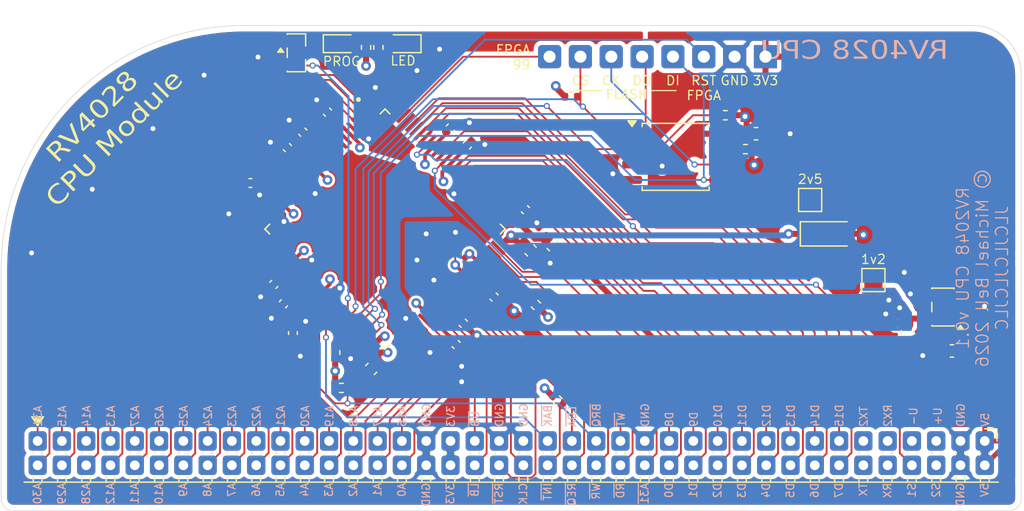
<source format=kicad_pcb>
(kicad_pcb (version 20241229) (generator "pcbnew") (generator_version "9.0")
  (layers (0 "F.Cu" signal) (4 "In1.Cu" signal) (6 "In2.Cu" signal) (2 "B.Cu" signal) (13 "F.Paste" user) (15 "B.Paste" user) (5 "F.SilkS" user "F.Silkscreen") (7 "B.SilkS" user "B.Silkscreen") (1 "F.Mask" user) (3 "B.Mask" user) (25 "Edge.Cuts" user))
  (net 0 "")
  (net 1 "+3V3")
  (net 2 "GND")
  (net 3 "Net-(D1-K)")
  (net 4 "+1V2")
  (net 5 "+5V")
  (net 6 "Net-(D2-A)")
  (net 7 "Net-(D3-A)")
  (net 8 "Net-(D3-K)")
  (net 9 "A1")
  (net 10 "A26")
  (net 11 "A8")
  (net 12 "A16")
  (net 13 "A9")
  (net 14 "A29")
  (net 15 "~{RST}")
  (net 16 "D3")
  (net 17 "D4")
  (net 18 "~{BUSRQ}")
  (net 19 "~{MSK1}")
  (net 20 "A20")
  (net 21 "D7")
  (net 22 "D6")
  (net 23 "D9")
  (net 25 "D14")
  (net 26 "D13")
  (net 27 "A4")
  (net 28 "A18")
  (net 30 "A11")
  (net 31 "A22")
  (net 32 "D12")
  (net 33 "A28")
  (net 34 "A6")
  (net 36 "A14")
  (net 37 "A19")
  (net 38 "A25")
  (net 39 "A21")
  (net 40 "D0")
  (net 41 "A15")
  (net 42 "D1")
  (net 43 "~{A31}")
  (net 44 "D5")
  (net 45 "A12")
  (net 47 "D11")
  (net 48 "A7")
  (net 49 "D15")
  (net 50 "A5")
  (net 51 "~{WAIT}")
  (net 52 "~{MSK0}")
  (net 53 "A2")
  (net 54 "D8")
  (net 56 "~{RD}")
  (net 57 "A17")
  (net 58 "SPARE1")
  (net 60 "D2")
  (net 61 "~{LO_ADDR}")
  (net 62 "A24")
  (net 64 "CLK")
  (net 65 "A23")
  (net 66 "~{WR}")
  (net 67 "A30")
  (net 68 "A27")
  (net 69 "A10")
  (net 70 "A0")
  (net 71 "~{BUSACK}")
  (net 72 "A13")
  (net 73 "A31")
  (net 74 "~{INT}")
  (net 75 "A3")
  (net 76 "~{REQ}")
  (net 77 "D10")
  (net 78 "SPI_CLK")
  (net 79 "SPI_CS")
  (net 80 "SPI_SDO")
  (net 81 "SPARE0")
  (net 82 "SPI_SDI")
  (net 83 "CRESETB")
  (net 84 "CDONE")
  (net 85 "Net-(U2-~{WP}{slash}IO_{2})")
  (net 86 "Net-(U2-~{HOLD}{slash}~{RESET}{slash}IO_{3})")
  (net 87 "LED")
  (footprint "Package_TO_SOT_SMD:SOT-23" (layer "F.Cu") (at 116.3125 83.5)
    (property "Reference" "Q3" (hide yes))
    (property "Value" "2N7002")
  )
  (footprint "Capacitor_SMD:C_0402_1005Metric" (layer "F.Cu") (at 114.4524 102.5906 45)
    (property "Reference" "C16" (hide yes))
    (property "Value" "100nF")
  )
  (footprint "Resistor_SMD:R_0402_1005Metric" (layer "F.Cu") (at 136.037376 104.287376 135)
    (property "Reference" "R10" (hide yes))
    (property "Value" "10k")
  )
  (footprint "Capacitor_SMD:C_0402_1005Metric" (layer "F.Cu") (at 116.0272 106.6038 90)
    (property "Reference" "C17" (hide yes))
    (property "Value" "100nF")
  )
  (footprint "Capacitor_SMD:C_0603_1608Metric" (layer "F.Cu") (at 166.624 106.54 -90)
    (property "Reference" "C4" (hide yes))
    (property "Value" "1uF")
  )
  (footprint "Capacitor_SMD:C_0402_1005Metric" (layer "F.Cu") (at 135.169589 96.434589 135)
    (property "Reference" "C10" (hide yes))
    (property "Value" "100nF")
  )
  (footprint "RV4028:PinHeader_1x08_P2.54mm_Vertical" (layer "F.Cu") (at 154.939999 83.82 -90)
    (property "Reference" "J2" (hide yes))
    (property "Value" "Conn_01x08")
  )
  (footprint "Capacitor_SMD:C_0402_1005Metric" (layer "F.Cu") (at 130.048 105.791 135)
    (property "Reference" "C9" (hide yes))
    (property "Value" "100nF")
  )
  (footprint "RV4028:QFP50P1600X1600X120-100N" (layer "F.Cu") (at 123.608868 98.02985 -45)
    (property "Reference" "U1" (hide yes))
    (property "Value" "ICE40HX1K-VQ100_RV4028")
  )
  (footprint "Diode_SMD:D_SOD-123F" (layer "F.Cu") (at 160.02 98.425)
    (property "Reference" "D1" (hide yes))
    (property "Value" "1N4148W")
  )
  (footprint "Capacitor_SMD:C_0402_1005Metric" (layer "F.Cu") (at 130.387411 91.100589 -135)
    (property "Reference" "C13" (hide yes))
    (property "Value" "100nF")
  )
  (footprint "Capacitor_SMD:C_0402_1005Metric" (layer "F.Cu") (at 115.2398 104.1908 45)
    (property "Reference" "C8" (hide yes))
    (property "Value" "100nF")
  )
  (footprint "Resistor_SMD:R_0402_1005Metric" (layer "F.Cu") (at 153.287001 91.44)
    (property "Reference" "R2" (hide yes))
    (property "Value" "1k")
  )
  (footprint "Capacitor_SMD:C_0402_1005Metric" (layer "F.Cu") (at 118.872 88.392 -45)
    (property "Reference" "C18" (hide yes))
    (property "Value" "100nF")
  )
  (footprint "Capacitor_SMD:C_0402_1005Metric" (layer "F.Cu") (at 115.57 91.313 -45)
    (property "Reference" "C19" (hide yes))
    (property "Value" "100nF")
  )
  (footprint "Resistor_SMD:R_0402_1005Metric" (layer "F.Cu") (at 123.063 83.056001 90)
    (property "Reference" "R7" (hide yes))
    (property "Value" "1k")
  )
  (footprint "LED_SMD:LED_0603_1608Metric" (layer "F.Cu") (at 120.012499 82.75)
    (property "Reference" "D3" (hide yes))
    (property "Value" "LED")
  )
  (footprint "Package_TO_SOT_SMD:SOT-23-5" (layer "F.Cu") (at 169.5505 104.460001 180)
    (property "Reference" "U3" (hide yes))
    (property "Value" "AP2112K-1.2")
  )
  (footprint "Capacitor_SMD:C_0402_1005Metric" (layer "F.Cu") (at 129.4638 107.5436 135)
    (property "Reference" "C14" (hide yes))
    (property "Value" "100nF")
  )
  (footprint "Capacitor_SMD:C_0603_1608Metric" (layer "F.Cu") (at 122.468008 109.560992 -135)
    (property "Reference" "C5" (hide yes))
    (property "Value" "4.7uF")
  )
  (footprint "Resistor_SMD:R_0402_1005Metric" (layer "F.Cu") (at 119.507 108.204 90)
    (property "Reference" "R4" (hide yes))
    (property "Value" "10k")
  )
  (footprint "Resistor_SMD:R_0402_1005Metric" (layer "F.Cu") (at 120.013 111.125)
    (property "Reference" "R5" (hide yes))
    (property "Value" "10k")
  )
  (footprint "Capacitor_SMD:C_0603_1608Metric" (layer "F.Cu") (at 170.294 108.077 180)
    (property "Reference" "C3" (hide yes))
    (property "Value" "1uF")
  )
  (footprint "LED_SMD:LED_0603_1608Metric" (layer "F.Cu") (at 125.087501 82.75 180)
    (property "Reference" "D2" (hide yes))
    (property "Value" "LED")
  )
  (footprint "Capacitor_SMD:C_0402_1005Metric" (layer "F.Cu") (at 112.522 94.234)
    (property "Reference" "C11" (hide yes))
    (property "Value" "100nF")
  )
  (footprint "RV4028:Module_2mm" (layer "F.Cu") (at 134 117)
    (property "Reference" "J1" (hide yes))
    (property "Value" "~")
  )
  (footprint "Capacitor_SMD:C_0402_1005Metric" (layer "F.Cu") (at 132.588 103.632 135)
    (property "Reference" "C15" (hide yes))
    (property "Value" "100nF")
  )
  (footprint "Capacitor_SMD:C_0603_1608Metric" (layer "F.Cu") (at 135.595992 99.781992 -45)
    (property "Reference" "C2" (hide yes))
    (property "Value" "4.7uF")
  )
  (footprint "Capacitor_SMD:C_0402_1005Metric" (layer "F.Cu") (at 128.990411 89.703589 -135)
    (property "Reference" "C12" (hide yes))
    (property "Value" "100nF")
  )
  (footprint "Resistor_SMD:R_0402_1005Metric" (layer "F.Cu") (at 137.815376 112.161376 -45)
    (property "Reference" "R11" (hide yes))
    (property "Value" "10k")
  )
  (footprint "Resistor_SMD:R_0402_1005Metric" (layer "F.Cu") (at 122.047 83.056001 90)
    (property "Reference" "R3" (hide yes))
    (property "Value" "1k")
  )
  (footprint "Capacitor_SMD:C_0402_1005Metric" (layer "F.Cu") (at 116.84 90.043 -45)
    (property "Reference" "C7" (hide yes))
    (property "Value" "100nF")
  )
  (footprint "Capacitor_SMD:C_0603_1608Metric" (layer "F.Cu") (at 137.414 99.3648 -45)
    (property "Reference" "C6" (hide yes))
    (property "Value" "4.7uF")
  )
  (footprint "Capacitor_SMD:C_0603_1608Metric" (layer "F.Cu") (at 154.165 90.17 180)
    (property "Reference" "C1" (hide yes))
    (property "Value" "1uF")
  )
  (footprint "TestPoint:TestPoint_Pad_1.5x1.5mm" (layer "F.Cu") (at 163.83 102.235)
    (property "Reference" "TP3" (hide yes))
    (property "Value" "Test")
  )
  (footprint "Resistor_SMD:R_0402_1005Metric" (layer "F.Cu") (at 151.636001 88.646)
    (property "Reference" "R1" (hide yes))
    (property "Value" "1k")
  )
  (footprint "TestPoint:TestPoint_Pad_1.5x1.5mm" (layer "F.Cu") (at 158.62 95.631)
    (property "Reference" "TP1" (hide yes))
    (property "Value" "Test")
  )
  (footprint "Resistor_SMD:R_0402_1005Metric" (layer "F.Cu") (at 138.938 87.122)
    (property "Reference" "R6" (hide yes))
    (property "Value" "10k")
  )
  (footprint "Package_SO:SOIC-8_5.3x5.3mm_P1.27mm" (layer "F.Cu") (at 147.5425 92.075)
    (property "Reference" "U2" (hide yes))
    (property "Value" "W25Q80DVSS")
  )
  (gr_line (start 141.478 86.614) (end 139.446 86.614) (stroke (width 0.1)) (layer "F.SilkS"))
  (gr_line (start 145.542 86.614) (end 147.574 86.614) (stroke (width 0.1)) (layer "F.SilkS"))
  (gr_arc (start 92 101.25) (mid 97.857864 87.107864) (end 112 81.25) (stroke (width 0.05)) (layer "Edge.Cuts"))
  (gr_arc (start 172 81.25) (mid 174.828427 82.421573) (end 176 85.25) (stroke (width 0.05)) (layer "Edge.Cuts"))
  (gr_line (start 176 120.25) (end 176 85.25) (stroke (width 0.05)) (layer "Edge.Cuts"))
  (gr_line (start 172 81.25) (end 112 81.25) (stroke (width 0.05)) (layer "Edge.Cuts"))
  (gr_line (start 92 120.25) (end 92 101.25) (stroke (width 0.05)) (layer "Edge.Cuts"))
  (gr_arc (start 93 121.25) (mid 92.292893 120.957107) (end 92 120.25) (stroke (width 0.05)) (layer "Edge.Cuts"))
  (gr_line (start 93 121.25) (end 175 121.25) (stroke (width 0.05)) (layer "Edge.Cuts"))
  (gr_arc (start 176 120.25) (mid 175.707107 120.957107) (end 175 121.25) (stroke (width 0.05)) (layer "Edge.Cuts"))
  (gr_text "CS" (at 139.7 85.344 0) (layer "F.SilkS") (effects (font (size 0.762 0.762) (thickness 0.1016)) (justify top)))
  (gr_text "FLASH" (at 143.51 86.487 0) (layer "F.SilkS") (effects (font (size 0.762 0.762) (thickness 0.1016)) (justify top)))
  (gr_text "FPGA\n99" (at 135.636 82.804 0) (layer "F.SilkS") (effects (font (size 0.762 0.762) (thickness 0.1016)) (justify right top)))
  (gr_text "RV4028\nCPU Module" (at 102 91.25 45) (layer "F.SilkS") (effects (font (size 1.524 1.778) (thickness 0.1016)) (justify bottom)))
  (gr_text "PROG" (at 120.038 84.655 0) (layer "F.SilkS") (effects (font (size 0.762 0.762) (thickness 0.1016)) (justify bottom)))
  (gr_text "RST\nFPGA" (at 149.86 85.344 0) (layer "F.SilkS") (effects (font (size 0.762 0.762) (thickness 0.1016)) (justify top)))
  (gr_text "DO" (at 144.78 85.344 0) (layer "F.SilkS") (effects (font (size 0.762 0.762) (thickness 0.1016)) (justify top)))
  (gr_text "3V3" (at 154.94 85.344 0) (layer "F.SilkS") (effects (font (size 0.762 0.762) (thickness 0.1016)) (justify top)))
  (gr_text "2v5" (at 158.623 94.361 0) (layer "F.SilkS") (effects (font (size 0.762 0.762) (thickness 0.1)) (justify bottom)))
  (gr_text "LED" (at 125.095 84.6 0) (layer "F.SilkS") (effects (font (size 0.762 0.762) (thickness 0.1016)) (justify bottom)))
  (gr_text "1v2" (at 163.83 100.965 0) (layer "F.SilkS") (effects (font (size 0.762 0.762) (thickness 0.1)) (justify bottom)))
  (gr_text "GND" (at 152.4 85.344 0) (layer "F.SilkS") (effects (font (size 0.762 0.762) (thickness 0.1016)) (justify top)))
  (gr_text "DI" (at 147.32 85.344 0) (layer "F.SilkS") (effects (font (size 0.762 0.762) (thickness 0.1016)) (justify top)))
  (gr_text "CK" (at 142.24 85.344 0) (layer "F.SilkS") (effects (font (size 0.762 0.762) (thickness 0.1016)) (justify top)))
  (gr_text "RV4028 CPU\n" (at 170 84.25 0) (layer "B.SilkS") (effects (font (size 1.524 1.778) (thickness 0.1016)) (justify left bottom mirror)))
  (gr_text "RV2048 CPU v0.1\n© Michael Bell 2026\nJLCJLCJLCJLC" (at 175 101.25 90) (layer "B.SilkS") (effects (font (size 1 1) (thickness 0.1)) (justify bottom mirror)))
  (segment (start 116.0272 105.598789) (end 117.409789 104.2162) (width 0.3) (layer "F.Cu") (net 1))
  (segment (start 118.187041 103.453359) (end 118.185359 103.453359) (width 0.3) (layer "F.Cu") (net 1))
  (segment (start 117.409789 104.2162) (end 117.41877 104.2162) (width 0.3) (layer "F.Cu") (net 1))
  (segment (start 116.332 91.948) (end 116.036411 91.652411) (width 0.3) (layer "F.Cu") (net 1))
  (segment (start 126.172642 104.129158) (end 127.26461 105.221126) (width 0.3) (layer "F.Cu") (net 1))
  (segment (start 137.402118 111.800752) (end 136.7546 111.153234) (width 0.5) (layer "F.Cu") (net 1))
  (segment (start 153.797 91.44) (end 153.797 90.577) (width 0.5) (layer "F.Cu") (net 1))
  (segment (start 137.668 86.362) (end 138.428 87.122) (width 0.5) (layer "F.Cu") (net 1))
  (segment (start 130.048 91.590718) (end 130.048 91.44) (width 0.3) (layer "F.Cu") (net 1))
  (segment (start 116.888865 99.796359) (end 116.934818 99.796359) (width 0.3) (layer "F.Cu") (net 1))
  (segment (start 122.047 84.582) (end 122.047 83.566) (width 0.5) (layer "F.Cu") (net 1))
  (segment (start 137.033 105.283) (end 136.398 104.648) (width 0.5) (layer "F.Cu") (net 1))
  (segment (start 123.405074 106.8578) (end 122.497437 107.765437) (width 0.5) (layer "F.Cu") (net 1))
  (segment (start 120.660233 90.131467) (end 121.539 91.010234) (width 0.3) (layer "F.Cu") (net 1))
  (segment (start 116.0272 106.1238) (end 116.0272 105.598789) (width 0.3) (layer "F.Cu") (net 1))
  (segment (start 119.0752 102.5652) (end 118.187041 103.453359) (width 0.3) (layer "F.Cu") (net 1))
  (segment (start 123.063 108.966) (end 123.063 108.331) (width 0.5) (layer "F.Cu") (net 1))
  (segment (start 123.5964 106.8578) (end 123.405074 106.8578) (width 0.5) (layer "F.Cu") (net 1))
  (segment (start 126.9 92.7) (end 126.9 91.91029) (width 0.3) (layer "F.Cu") (net 1))
  (segment (start 119.260177 88.731411) (end 119.211411 88.731411) (width 0.3) (layer "F.Cu") (net 1))
  (segment (start 115.710485 100.974739) (end 116.888865 99.796359) (width 0.3) (layer "F.Cu") (net 1))
  (segment (start 129.392723 100.985277) (end 130.446591 102.039145) (width 0.3) (layer "F.Cu") (net 1))
  (segment (start 122.936 108.204) (end 122.497437 107.765437) (width 0.5) (layer "F.Cu") (net 1))
  (segment (start 128.895789 106.852305) (end 127.26461 105.221126) (width 0.3) (layer "F.Cu") (net 1))
  (segment (start 115.710485 100.978485) (end 114.791811 101.897159) (width 0.3) (layer "F.Cu") (net 1))
  (segment (start 116.036411 91.652411) (end 115.909411 91.652411) (width 0.3) (layer "F.Cu") (net 1))
  (segment (start 127.618163 91.192127) (end 128.76729 90.043) (width 0.3) (layer "F.Cu") (net 1))
  (segment (start 128.76729 90.043) (end 128.778 90.043) (width 0.3) (layer "F.Cu") (net 1))
  (segment (start 116.819912 91.948) (end 116.332 91.948) (width 0.3) (layer "F.Cu") (net 1))
  (segment (start 129.124389 107.080905) (end 128.895789 106.852305) (width 0.4) (layer "F.Cu") (net 1))
  (segment (start 118.872 93.98) (end 118.851912 93.98) (width 0.3) (layer "F.Cu") (net 1))
  (segment (start 119.0752 102.1588) (end 119.0752 102.5652) (width 0.3) (layer "F.Cu") (net 1))
  (segment (start 123.825 108.204) (end 122.936 108.204) (width 0.5) (layer "F.Cu") (net 1))
  (segment (start 137.668 86.233) (end 137.668 86.362) (width 0.5) (layer "F.Cu") (net 1))
  (segment (start 117.41877 104.2162) (end 118.183485 103.451485) (width 0.3) (layer "F.Cu") (net 1))
  (segment (start 129.124389 107.204189) (end 129.124389 107.080905) (width 0.4) (layer "F.Cu") (net 1))
  (segment (start 126.9 91.91029) (end 127.618163 91.192127) (width 0.3) (layer "F.Cu") (net 1))
  (segment (start 128.3218 93.316918) (end 128.3218 94.0064) (width 0.3) (layer "F.Cu") (net 1))
  (segment (start 128.3218 94.0064) (end 128.4224 94.107) (width 0.3) (layer "F.Cu") (net 1))
  (segment (start 117.831806 92.959894) (end 116.819912 91.948) (width 0.3) (layer "F.Cu") (net 1))
  (segment (start 129.392723 100.232074) (end 129.392723 100.985277) (width 0.15) (layer "F.Cu") (net 1))
  (segment (start 113.449056 94.234) (end 113.002 94.234) (width 0.3) (layer "F.Cu") (net 1))
  (segment (start 118.851912 93.98) (end 117.831806 92.959894) (width 0.3) (layer "F.Cu") (net 1))
  (segment (start 115.989056 96.774) (end 115.003378 95.788322) (width 0.3) (layer "F.Cu") (net 1))
  (segment (start 130.261704 99.363093) (end 129.392723 100.232074) (width 0.15) (layer "F.Cu") (net 1))
  (segment (start 131.306073 99.363093) (end 130.261704 99.363093) (width 0.15) (layer "F.Cu") (net 1))
  (segment (start 115.003378 95.788322) (end 113.449056 94.234) (width 0.3) (layer "F.Cu") (net 1))
  (segment (start 130.446591 102.039145) (end 131.700035 103.292589) (width 0.3) (layer "F.Cu") (net 1))
  (segment (start 129.032377 92.606341) (end 128.3218 93.316918) (width 0.3) (layer "F.Cu") (net 1))
  (segment (start 123.063 108.331) (end 122.936 108.204) (width 0.5) (layer "F.Cu") (net 1))
  (segment (start 119.507 109.728) (end 119.507 108.714) (width 0.5) (layer "F.Cu") (net 1))
  (segment (start 153.39 90.17) (end 151.13 90.17) (width 0.5) (layer "F.Cu") (net 1))
  (segment (start 120.660233 90.131467) (end 119.260177 88.731411) (width 0.3) (layer "F.Cu") (net 1))
  (segment (start 116.078 96.774) (end 115.989056 96.774) (width 0.3) (layer "F.Cu") (net 1))
  (segment (start 115.710485 100.978485) (end 115.710485 100.974739) (width 0.3) (layer "F.Cu") (net 1))
  (segment (start 131.700035 103.292589) (end 132.248589 103.292589) (width 0.3) (layer "F.Cu") (net 1))
  (segment (start 119.503 111.125) (end 119.503 109.732) (width 0.5) (layer "F.Cu") (net 1))
  (segment (start 129.032377 92.606341) (end 130.048 91.590718) (width 0.3) (layer "F.Cu") (net 1))
  (segment (start 132.214358 100.271378) (end 131.306073 99.363093) (width 0.15) (layer "F.Cu") (net 1))
  (segment (start 121.539 91.010234) (end 121.539 91.313) (width 0.3) (layer "F.Cu") (net 1))
  (segment (start 153.797 90.577) (end 153.39 90.17) (width 0.5) (layer "F.Cu") (net 1))
  (segment (start 119.503 109.732) (end 119.507 109.728) (width 0.5) (layer "F.Cu") (net 1))
  (segment (start 114.791811 101.897159) (end 114.791811 102.251189) (width 0.3) (layer "F.Cu") (net 1))
  (via (at 123.825 108.204) (size 0.8) (drill 0.4) (layers "F.Cu" "B.Cu") (net 1))
  (via (at 126.9 92.7) (size 0.8) (drill 0.4) (layers "F.Cu" "B.Cu") (net 1))
  (via (at 137.668 86.233) (size 0.8) (drill 0.4) (layers "F.Cu" "B.Cu") (net 1))
  (via (at 126.172642 104.129158) (size 0.8) (drill 0.4) (layers "F.Cu" "B.Cu") (net 1))
  (via (at 122.047 84.582) (size 0.8) (drill 0.4) (layers "F.Cu" "B.Cu") (net 1))
  (via (at 128.4224 94.107) (size 0.8) (drill 0.4) (layers "F.Cu" "B.Cu") (net 1))
  (via (at 129.392723 100.985277) (size 0.8) (drill 0.4) (layers "F.Cu" "B.Cu") (net 1))
  (via (at 119.507 109.728) (size 0.8) (drill 0.4) (layers "F.Cu" "B.Cu") (net 1))
  (via (at 116.078 96.774) (size 0.8) (drill 0.4) (layers "F.Cu" "B.Cu") (net 1))
  (via (at 118.872 93.98) (size 0.8) (drill 0.4) (layers "F.Cu" "B.Cu") (net 1))
  (via (at 153.25 88.75) (size 0.8) (drill 0.4) (layers "F.Cu" "B.Cu") (net 1))
  (via (at 119.0752 102.1588) (size 0.8) (drill 0.4) (layers "F.Cu" "B.Cu") (net 1))
  (via (at 137.033 105.283) (size 0.8) (drill 0.4) (layers "F.Cu" "B.Cu") (net 1))
  (via (at 116.934818 99.796359) (size 0.8) (drill 0.4) (layers "F.Cu" "B.Cu") (net 1))
  (via (at 123.5964 106.8578) (size 0.8) (drill 0.4) (layers "F.Cu" "B.Cu") (net 1))
  (via (at 121.539 91.313) (size 0.8) (drill 0.4) (layers "F.Cu" "B.Cu") (net 1))
  (via (at 154 92.75) (size 0.8) (drill 0.4) (layers "F.Cu" "B.Cu") (net 1))
  (via (at 136.7546 111.153234) (size 0.8) (drill 0.4) (layers "F.Cu" "B.Cu") (net 1))
  (via (at 163 98.5) (size 0.8) (drill 0.4) (layers "F.Cu" "B.Cu") (net 1))
  (segment (start 136.114641 97.514559) (end 136.114641 97.379641) (width 0.5) (layer "F.Cu") (net 2))
  (segment (start 115.316 96.80805) (end 114.649825 96.141875) (width 0.3) (layer "F.Cu") (net 2))
  (segment (start 117.856 95.10541) (end 116.771145 94.020555) (width 0.3) (layer "F.Cu") (net 2))
  (segment (start 131.182259 106.790341) (end 131.047341 106.790341) (width 0.5) (layer "F.Cu") (net 2))
  (segment (start 119.450424 102.8954) (end 119.888 102.8954) (width 0.3) (layer "F.Cu") (net 2))
  (segment (start 130.446591 94.020555) (end 129.344146 95.123) (width 0.3) (layer "F.Cu") (net 2))
  (segment (start 131.826 91.059) (end 131.024644 91.059) (width 0.5) (layer "F.Cu") (net 2))
  (segment (start 136.652 100.838) (end 136.144 100.33) (width 0.5) (layer "F.Cu") (net 2))
  (segment (start 113.365693 103.612094) (end 113.430906 103.612094) (width 0.5) (layer "F.Cu") (net 2))
  (segment (start 170.688 104.460001) (end 167.452001 104.460001) (width 0.5) (layer "F.Cu") (net 2))
  (segment (start 167.452001 104.460001) (end 167.386 104.394) (width 0.5) (layer "F.Cu") (net 2))
  (segment (start 115.316 97.377252) (end 115.316 96.80805) (width 0.3) (layer "F.Cu") (net 2))
  (segment (start 120.749442 108.684442) (end 120.777 108.712) (width 0.3) (layer "F.Cu") (net 2))
  (segment (start 127.313038 107.390874) (end 126.20395 106.281786) (width 0.3) (layer "F.Cu") (net 2))
  (segment (start 133.731 104.775) (end 132.927411 103.971411) (width 0.5) (layer "F.Cu") (net 2))
  (segment (start 117.0696 105.276224) (end 117.0696 105.634018) (width 0.3) (layer "F.Cu") (net 2))
  (segment (start 123.973072 90.594578) (end 122.257422 90.594578) (width 0.3) (layer "F.Cu") (net 2))
  (segment (start 114.2482 105.1824) (end 114.900389 104.530211) (width 0.5) (layer "F.Cu") (net 2))
  (segment (start 118.538912 103.806912) (end 117.0696 105.276224) (width 0.3) (layer "F.Cu") (net 2))
  (segment (start 170.688 104.460001) (end 172.907999 104.460001) (width 0.5) (layer "F.Cu") (net 2))
  (segment (start 129.344146 95.123) (end 129.286 95.123) (width 0.3) (layer "F.Cu") (net 2))
  (segment (start 116.369318 89.703589) (end 115.714237 89.048508) (width 0.5) (layer "F.Cu") (net 2))
  (segment (start 125.315182 105.393018) (end 126.20395 106.281786) (width 0.3) (layer "F.Cu") (net 2))
  (segment (start 116.064039 101.332039) (end 116.812078 100.584) (width 0.3) (layer "F.Cu") (net 2))
  (segment (start 118.538912 103.806912) (end 119.450424 102.8954) (width 0.3) (layer "F.Cu") (net 2))
  (segment (start 113.430906 103.612094) (end 114.112989 102.930011) (width 0.5) (layer "F.Cu") (net 2))
  (segment (start 114.173 90.87) (end 115.127 90.87) (width 0.5) (layer "F.Cu") (net 2))
  (segment (start 130.604059 100.075293) (end 131.507251 100.978485) (width 0.3) (layer "F.Cu") (net 2))
  (segment (start 134.239 104.775) (end 133.731 104.775) (width 0.5) (layer "F.Cu") (net 2))
  (segment (start 125.496843 89.070807) (end 123.973072 90.594578) (width 0.3) (layer "F.Cu") (net 2))
  (segment (start 130.556707 100.075293) (end 130.604059 100.075293) (width 0.3) (layer "F.Cu") (net 2))
  (segment (start 121.834198 90.594578) (end 121.01566 89.77604) (width 0.3) (layer "F.Cu") (net 2))
  (segment (start 136.114641 97.379641) (end 135.509 96.774) (width 0.5) (layer "F.Cu") (net 2))
  (segment (start 129.4384 89.2556) (end 129.329822 89.364178) (width 0.5) (layer "F.Cu") (net 2))
  (segment (start 116.500589 89.703589) (end 116.369318 89.703589) (width 0.5) (layer "F.Cu") (net 2))
  (segment (start 131.024644 91.059) (end 130.726822 90.761178) (width 0.5) (layer "F.Cu") (net 2))
  (segment (start 116.812078 100.584) (end 117.5766 100.584) (width 0.3) (layer "F.Cu") (net 2))
  (segment (start 114.2482 105.3846) (end 114.2482 105.1824) (width 0.5) (layer "F.Cu") (net 2))
  (segment (start 127.313038 108.204) (end 127.313038 107.390874) (width 0.3) (layer "F.Cu") (net 2))
  (segment (start 121.36734 106.63534) (end 120.749442 107.253238) (width 0.3) (layer "F.Cu") (net 2))
  (segment (start 142.367 93.472) (end 142.875 93.98) (width 0.5) (layer "F.Cu") (net 2))
  (segment (start 118.532589 88.052589) (end 118.532589 87.925589) (width 0.5) (layer "F.Cu") (net 2))
  (segment (start 113.725993 95.218043) (end 113.284 95.218043) (width 0.3) (layer "F.Cu") (net 2))
  (segment (start 131.047341 106.790341) (end 130.387411 106.130411) (width 0.5) (layer "F.Cu") (net 2))
  (segment (start 122.257422 90.594578) (end 121.834198 90.594578) (width 0.3) (layer "F.Cu") (net 2))
  (segment (start 130.556 89.2556) (end 129.4384 89.2556) (width 0.5) (layer "F.Cu") (net 2))
  (segment (start 172.907999 104.460001) (end 172.974 104.394) (width 0.5) (layer "F.Cu") (net 2))
  (segment (start 115.127 90.87) (end 115.230589 90.973589) (width 0.5) (layer "F.Cu") (net 2))
  (segment (start 156.972 90.17) (end 154.94 90.17) (width 0.5) (layer "F.Cu") (net 2))
  (segment (start 137.2108 100.838) (end 136.652 100.838) (width 0.5) (layer "F.Cu") (net 2))
  (segment (start 115.284602 97.408649) (end 115.316 97.377252) (width 0.3) (layer "F.Cu") (net 2))
  (segment (start 142.875 93.98) (end 143.955 93.98) (width 0.5) (layer "F.Cu") (net 2))
  (segment (start 118.532589 87.925589) (end 117.983 87.376) (width 0.5) (layer "F.Cu") (net 2))
  (segment (start 114.649825 96.141875) (end 113.725993 95.218043) (width 0.3) (layer "F.Cu") (net 2))
  (segment (start 120.749442 107.253238) (end 120.749442 108.684442) (width 0.3) (layer "F.Cu") (net 2))
  (segment (start 117.0696 105.634018) (end 117.069601 105.634019) (width 0.3) (layer "F.Cu") (net 2))
  (via (at 131.182259 106.790341) (size 0.8) (drill 0.4) (layers "F.Cu" "B.Cu") (net 2))
  (via (at 108.712 85.344) (size 0.8) (drill 0.4) (layers "F.Cu" "B.Cu") (net 2))
  (via (at 113.284 95.218043) (size 0.8) (drill 0.4) (layers "F.Cu" "B.Cu") (net 2))
  (via (at 130.556707 100.075293) (size 0.8) (drill 0.4) (layers "F.Cu" "B.Cu") (net 2))
  (via (at 131.826 91.059) (size 0.8) (drill 0.4) (layers "F.Cu" "B.Cu") (net 2))
  (via (at 166.37 101.6) (size 0.8) (drill 0.4) (layers "F.Cu" "B.Cu") (net 2))
  (via (at 114.2482 105.3846) (size 0.8) (drill 0.4) (layers "F.Cu" "B.Cu") (net 2))
  (via (at 117.5766 100.584) (size 0.8) (drill 0.4) (layers "F.Cu" "B.Cu") (net 2))
  (via (at 129.921 109.347) (size 0.8) (drill 0.4) (layers "F.Cu" "B.Cu") (net 2))
  (via (at 127.313038 108.204) (size 0.8) (drill 0.4) (layers "F.Cu" "B.Cu") (net 2))
  (via (at 125.315182 105.393018) (size 0.8) (drill 0.4) (layers "F.Cu" "B.Cu") (net 2))
  (via (at 114.173 90.87) (size 0.8) (drill 0.4) (layers "F.Cu" "B.Cu") (net 2))
  (via (at 137.2108 100.838) (size 0.8) (drill 0.4) (layers "F.Cu" "B.Cu") (net 2))
  (via (at 94.5 100) (size 0.8) (drill 0.4) (layers "F.Cu" "B.Cu") (net 2))
  (via (at 117.983 87.376) (size 0.8) (drill 0.4) (layers "F.Cu" "B.Cu") (net 2))
  (via (at 142.367 93.472) (size 0.8) (drill 0.4) (layers "F.Cu" "B.Cu") (net 2))
  (via (at 129.921 110.617) (size 0.8) (drill 0.4) (layers "F.Cu" "B.Cu") (net 2))
  (via (at 120.777 108.712) (size 0.8) (drill 0.4) (layers "F.Cu" "B.Cu") (net 2))
  (via (at 122.809 86.36) (size 0.8) (drill 0.4) (layers "F.Cu" "B.Cu") (net 2))
  (via (at 117.069601 105.634019) (size 0.8) (drill 0.4) (layers "F.Cu" "B.Cu") (net 2))
  (via (at 113.15 83.85) (size 0.8) (drill 0.4) (layers "F.Cu" "B.Cu") (net 2))
  (via (at 129.286 95.123) (size 0.8) (drill 0.4) (layers "F.Cu" "B.Cu") (net 2))
  (via (at 126.238 84.963) (size 0.8) (drill 0.4) (layers "F.Cu" "B.Cu") (net 2))
  (via (at 99.5 94.75) (size 0.8) (drill 0.4) (layers "F.Cu" "B.Cu") (net 2))
  (via (at 115.714237 89.048508) (size 0.8) (drill 0.4) (layers "F.Cu" "B.Cu") (net 2))
  (via (at 104.5 89.75) (size 0.8) (drill 0.4) (layers "F.Cu" "B.Cu") (net 2))
  (via (at 167.894 108.458) (size 0.8) (drill 0.4) (layers "F.Cu" "B.Cu") (net 2))
  (via (at 156.972 90.17) (size 0.8) (drill 0.4) (layers "F.Cu" "B.Cu") (net 2))
  (via (at 166.878 103.378) (size 0.8) (drill 0.4) (layers "F.Cu" "B.Cu") (net 2))
  (via (at 122.257422 90.594578) (size 0.8) (drill 0.4) (layers "F.Cu" "B.Cu") (net 2))
  (via (at 117.856 95.10541) (size 0.8) (drill 0.4) (layers "F.Cu" "B.Cu") (net 2))
  (via (at 136.114641 97.514559) (size 0.8) (drill 0.4) (layers "F.Cu" "B.Cu") (net 2))
  (via (at 115.284602 97.408649) (size 0.8) (drill 0.4) (layers "F.Cu" "B.Cu") (net 2))
  (via (at 146.431 92.837) (size 0.8) (drill 0.4) (layers "F.Cu" "B.Cu") (net 2))
  (via (at 113.365693 103.612094) (size 0.8) (drill 0.4) (layers "F.Cu" "B.Cu") (net 2))
  (via (at 116.6368 108.5088) (size 0.8) (drill 0.4) (layers "F.Cu" "B.Cu") (net 2))
  (via (at 134.239 104.775) (size 0.8) (drill 0.4) (layers "F.Cu" "B.Cu") (net 2))
  (via (at 110.744 96.774) (size 0.8) (drill 0.4) (layers "F.Cu" "B.Cu") (net 2))
  (via (at 130.556 89.2556) (size 0.8) (drill 0.4) (layers "F.Cu" "B.Cu") (net 2))
  (via (at 119.888 102.8954) (size 0.8) (drill 0.4) (layers "F.Cu" "B.Cu") (net 2))
  (via (at 172.974 104.394) (size 0.8) (drill 0.4) (layers "F.Cu" "B.Cu") (net 2))
  (via (at 128.1 83.2) (size 0.8) (drill 0.4) (layers "F.Cu" "B.Cu") (net 2))
  (segment (start 134.666984 99.233984) (end 134.366 98.933) (width 0.5) (layer "F.Cu") (net 3))
  (segment (start 135.047984 99.233984) (end 134.666984 99.233984) (width 0.5) (layer "F.Cu") (net 3))
  (segment (start 133.604 98.933) (end 134.366 98.933) (width 0.5) (layer "F.Cu") (net 3))
  (segment (start 133.985 98.552) (end 133.604 98.933) (width 0.5) (layer "F.Cu") (net 3))
  (segment (start 156.845 98.425) (end 158.62 98.425) (width 0.5) (layer "F.Cu") (net 3))
  (segment (start 158.62 98.425) (end 158.62 95.631) (width 0.5) (layer "F.Cu") (net 3))
  (segment (start 133.604 98.933) (end 133.370087 99.166913) (width 0.5) (layer "F.Cu") (net 3))
  (segment (start 134.366 98.933) (end 133.985 98.552) (width 0.5) (layer "F.Cu") (net 3))
  (via (at 156.845 98.425) (size 0.8) (drill 0.4) (layers "F.Cu" "B.Cu") (net 3))
  (via (at 133.985 98.552) (size 0.8) (drill 0.4) (layers "F.Cu" "B.Cu") (net 3))
  (segment (start 156.845 98.425) (end 156.718 98.552) (width 0.5) (layer "B.Cu") (net 3))
  (segment (start 156.718 98.552) (end 133.985 98.552) (width 0.5) (layer "B.Cu") (net 3))
  (segment (start 128.32527 104.160466) (end 129.616393 105.451589) (width 0.3) (layer "F.Cu") (net 4))
  (segment (start 132.921464 96.495428) (end 133.658892 95.758) (width 0.3) (layer "F.Cu") (net 4))
  (segment (start 117.375643 90.382411) (end 117.179411 90.382411) (width 0.3) (layer "F.Cu") (net 4))
  (segment (start 136.865992 98.816792) (end 135.950536 98.816792) (width 0.5) (layer "F.Cu") (net 4))
  (segment (start 133.658892 95.758) (end 134.493 95.758) (width 0.3) (layer "F.Cu") (net 4))
  (segment (start 166.878 105.41) (end 166.979 105.41) (width 0.5) (layer "F.Cu") (net 4))
  (segment (start 117.124699 102.392699) (end 115.666009 103.851389) (width 0.3) (layer "F.Cu") (net 4))
  (segment (start 129.616393 105.451589) (end 129.708589 105.451589) (width 0.3) (layer "F.Cu") (net 4))
  (segment (start 135.950536 98.816792) (end 134.521235 97.387491) (width 0.5) (layer "F.Cu") (net 4))
  (segment (start 166.979 105.41) (end 166.624 105.765) (width 0.5) (layer "F.Cu") (net 4))
  (segment (start 134.521235 97.387491) (end 133.582491 97.387491) (width 0.5) (layer "F.Cu") (net 4))
  (segment (start 118.892466 91.899234) (end 117.375643 90.382411) (width 0.3) (layer "F.Cu") (net 4))
  (segment (start 133.582491 97.387491) (end 133.518991 97.450991) (width 0.5) (layer "F.Cu") (net 4))
  (segment (start 134.493 95.758) (end 134.830178 96.095178) (width 0.3) (layer "F.Cu") (net 4))
  (segment (start 129.413 98.298) (end 132.627356 98.298) (width 0.3) (layer "F.Cu") (net 4))
  (segment (start 165.989 104.521) (end 166.878 105.41) (width 0.5) (layer "F.Cu") (net 4))
  (segment (start 115.666009 103.851389) (end 115.579211 103.851389) (width 0.3) (layer "F.Cu") (net 4))
  (segment (start 168.413 105.41) (end 166.979 105.41) (width 0.5) (layer "F.Cu") (net 4))
  (segment (start 132.627356 98.298) (end 134.830178 96.095178) (width 0.3) (layer "F.Cu") (net 4))
  (via (at 165.1 103.886) (size 0.8) (drill 0.4) (layers "F.Cu" "B.Cu") (net 4))
  (via (at 127 98.425) (size 0.8) (drill 0.4) (layers "F.Cu" "B.Cu") (net 4))
  (via (at 127.635 102.235) (size 0.8) (drill 0.4) (layers "F.Cu" "B.Cu") (net 4))
  (via (at 129.413 98.298) (size 0.8) (drill 0.4) (layers "F.Cu" "B.Cu") (net 4))
  (via (at 164.846 105.029) (size 0.8) (drill 0.4) (layers "F.Cu" "B.Cu") (net 4))
  (via (at 165.989 104.521) (size 0.8) (drill 0.4) (layers "F.Cu" "B.Cu") (net 4))
  (via (at 126.238 100.584) (size 0.8) (drill 0.4) (layers "F.Cu" "B.Cu") (net 4))
  (segment (start 134.081414 102.235) (end 127.635 102.235) (width 0.75) (layer "B.Cu") (net 4))
  (segment (start 135.732414 103.886) (end 134.081414 102.235) (width 0.75) (layer "B.Cu") (net 4))
  (segment (start 129.413 98.298) (end 130.144414 98.298) (width 0.75) (layer "B.Cu") (net 4))
  (segment (start 130.144414 98.298) (end 135.732414 103.886) (width 0.75) (layer "B.Cu") (net 4))
  (segment (start 135.732414 103.886) (end 165.1 103.886) (width 1) (layer "B.Cu") (net 4))
  (segment (start 124.303501 82.546002) (end 124.307499 82.55) (width 0.15) (layer "F.Cu") (net 6))
  (segment (start 123.063 82.546002) (end 124.303501 82.546002) (width 0.15) (layer "F.Cu") (net 6))
  (segment (start 122.047 82.546002) (end 120.780998 82.546002) (width 0.15) (layer "F.Cu") (net 7))
  (segment (start 120.780998 82.546002) (end 120.777 82.55) (width 0.15) (layer "F.Cu") (net 7))
  (segment (start 117.25 83.5) (end 118.474998 83.5) (width 0.15) (layer "F.Cu") (net 8))
  (segment (start 118.474998 83.5) (end 119.224998 82.75) (width 0.15) (layer "F.Cu") (net 8))
  (segment (start 124 113.75) (end 124 116.5) (width 0.15) (layer "F.Cu") (net 9))
  (segment (start 126.503 111.247) (end 124 113.75) (width 0.15) (layer "F.Cu") (net 9))
  (segment (start 124 116.5) (end 123 117.5) (width 0.15) (layer "F.Cu") (net 9))
  (segment (start 126.503 107.287944) (end 126.503 111.247) (width 0.15) (layer "F.Cu") (net 9))
  (segment (start 125.850396 106.63534) (end 126.503 107.287944) (width 0.15) (layer "F.Cu") (net 9))
  (segment (start 105 112.5) (end 104.35 111.85) (width 0.15) (layer "F.Cu") (net 10))
  (segment (start 110.8568 91.5812) (end 114.8222 91.5812) (width 0.15) (layer "F.Cu") (net 10))
  (segment (start 114.8222 91.5812) (end 115.6706 92.4296) (width 0.15) (layer "F.Cu") (net 10))
  (segment (start 104.35 111.85) (end 104.35 98.088) (width 0.15) (layer "F.Cu") (net 10))
  (segment (start 115.6706 92.4296) (end 116.594404 92.4296) (width 0.15) (layer "F.Cu") (net 10))
  (segment (start 105 115.5) (end 105 112.5) (width 0.15) (layer "F.Cu") (net 10))
  (segment (start 116.594404 92.4296) (end 117.478252 93.313448) (width 0.15) (layer "F.Cu") (net 10))
  (segment (start 104.35 98.088) (end 110.8568 91.5812) (width 0.15) (layer "F.Cu") (net 10))
  (segment (start 115.356932 95.434768) (end 113.540364 93.6182) (width 0.15) (layer "F.Cu") (net 11))
  (segment (start 113.540364 93.6182) (end 111.713462 93.6182) (width 0.15) (layer "F.Cu") (net 11))
  (segment (start 109 117.5) (end 110.024 116.476) (width 0.15) (layer "F.Cu") (net 11))
  (segment (start 108.090831 110.790831) (end 108.090831 97.240831) (width 0.15) (layer "F.Cu") (net 11))
  (segment (start 111.713462 93.6182) (end 108.090831 97.240831) (width 0.15) (layer "F.Cu") (net 11))
  (segment (start 110.024 116.476) (end 110.024 112.724) (width 0.15) (layer "F.Cu") (net 11))
  (segment (start 110.024 112.724) (end 108.090831 110.790831) (width 0.15) (layer "F.Cu") (net 11))
  (segment (start 125 115.5) (end 125 113.45) (width 0.15) (layer "F.Cu") (net 12))
  (segment (start 125 113.45) (end 128 110.45) (width 0.15) (layer "F.Cu") (net 12))
  (segment (start 128 110.45) (end 128 107.37073) (width 0.15) (layer "F.Cu") (net 12))
  (segment (start 128 107.37073) (end 126.557503 105.928233) (width 0.15) (layer "F.Cu") (net 12))
  (segment (start 114.139778 92.8034) (end 111.375961 92.8034) (width 0.15) (layer "F.Cu") (net 13))
  (segment (start 106.63968 111.08968) (end 106.63968 97.53968) (width 0.15) (layer "F.Cu") (net 13))
  (segment (start 107.976 112.426) (end 106.63968 111.08968) (width 0.15) (layer "F.Cu") (net 13))
  (segment (start 107.976 116.524) (end 107.976 112.426) (width 0.15) (layer "F.Cu") (net 13))
  (segment (start 116.064039 94.727661) (end 114.139778 92.8034) (width 0.15) (layer "F.Cu") (net 13))
  (segment (start 111.375961 92.8034) (end 106.63968 97.53968) (width 0.15) (layer "F.Cu") (net 13))
  (segment (start 107 117.5) (end 107.976 116.524) (width 0.15) (layer "F.Cu") (net 13))
  (segment (start 121.36734 89.42436) (end 118.49298 86.55) (width 0.15) (layer "F.Cu") (net 14))
  (segment (start 118.49298 86.55) (end 111.854948 86.55) (width 0.15) (layer "F.Cu") (net 14))
  (segment (start 98.024 100.380948) (end 98.024 116.476) (width 0.15) (layer "F.Cu") (net 14))
  (segment (start 111.854948 86.55) (end 98.024 100.380948) (width 0.15) (layer "F.Cu") (net 14))
  (segment (start 98.024 116.476) (end 97 117.5) (width 0.15) (layer "F.Cu") (net 14))
  (segment (start 136 109.968996) (end 130.322404 104.2914) (width 0.15) (layer "F.Cu") (net 15))
  (segment (start 129.794 104.138332) (end 129.109027 103.453359) (width 0.15) (layer "F.Cu") (net 15))
  (segment (start 134.026 118.526) (end 135.680894 118.526) (width 0.15) (layer "F.Cu") (net 15))
  (segment (start 135.680894 118.526) (end 136 118.206894) (width 0.15) (layer "F.Cu") (net 15))
  (segment (start 129.795231 104.14) (end 129.794 104.14) (width 0.15) (layer "F.Cu") (net 15))
  (segment (start 136 118.206894) (end 136 109.968996) (width 0.15) (layer "F.Cu") (net 15))
  (segment (start 129.109027 103.453359) (end 129.032377 103.453359) (width 0.15) (layer "F.Cu") (net 15))
  (segment (start 129.794 104.14) (end 129.794 104.138332) (width 0.15) (layer "F.Cu") (net 15))
  (segment (start 133 117.5) (end 134.026 118.526) (width 0.15) (layer "F.Cu") (net 15))
  (segment (start 129.946631 104.2914) (end 129.795231 104.14) (width 0.15) (layer "F.Cu") (net 15))
  (segment (start 130.322404 104.2914) (end 129.946631 104.2914) (width 0.15) (layer "F.Cu") (net 15))
  (segment (start 136.434751 92.8056) (end 144.97515 101.346) (width 0.15) (layer "F.Cu") (net 16))
  (segment (start 147.733546 101.346) (end 153.976 107.588454) (width 0.15) (layer "F.Cu") (net 16))
  (segment (start 130.954438 92.8056) (end 136.434751 92.8056) (width 0.15) (layer "F.Cu") (net 16))
  (segment (start 153.976 116.524) (end 153.976 107.588454) (width 0.15) (layer "F.Cu") (net 16))
  (segment (start 130.093037 93.667001) (end 130.954438 92.8056) (width 0.15) (layer "F.Cu") (net 16))
  (segment (start 153 117.5) (end 153.976 116.524) (width 0.15) (layer "F.Cu") (net 16))
  (segment (start 144.97515 101.346) (end 147.733546 101.346) (width 0.15) (layer "F.Cu") (net 16))
  (segment (start 155 117.5) (end 155.976 116.524) (width 0.15) (layer "F.Cu") (net 17))
  (segment (start 130.485982 91.9908) (end 136.772252 91.9908) (width 0.15) (layer "F.Cu") (net 17))
  (segment (start 129.953027 92.392797) (end 130.083985 92.392797) (width 0.15) (layer "F.Cu") (net 17))
  (segment (start 149.130546 100.203) (end 155.976 107.048454) (width 0.15) (layer "F.Cu") (net 17))
  (segment (start 129.38593 92.959894) (end 129.953027 92.392797) (width 0.15) (layer "F.Cu") (net 17))
  (segment (start 130.083985 92.392797) (end 130.485982 91.9908) (width 0.15) (layer "F.Cu") (net 17))
  (segment (start 155.976 116.524) (end 155.976 107.048454) (width 0.15) (layer "F.Cu") (net 17))
  (segment (start 136.772252 91.9908) (end 144.984452 100.203) (width 0.15) (layer "F.Cu") (net 17))
  (segment (start 144.984452 100.203) (end 149.130546 100.203) (width 0.15) (layer "F.Cu") (net 17))
  (segment (start 120.523 112.395) (end 120.523 111.125) (width 0.15) (layer "F.Cu") (net 18))
  (segment (start 119.4816 112.395) (end 120.523 112.395) (width 0.15) (layer "F.Cu") (net 18))
  (segment (start 119.4816 112.395) (end 118.1882 111.1016) (width 0.15) (layer "F.Cu") (net 18))
  (segment (start 118.1882 111.1016) (end 118.1882 105.571838) (width 0.15) (layer "F.Cu") (net 18))
  (segment (start 118.1882 105.571838) (end 119.246019 104.514019) (width 0.15) (layer "F.Cu") (net 18))
  (via (at 120.523 112.395) (size 0.5) (drill 0.3) (layers "F.Cu" "B.Cu") (net 18))
  (segment (start 141 115.5) (end 137.895 112.395) (width 0.15) (layer "B.Cu") (net 18))
  (segment (start 137.895 112.395) (end 120.523 112.395) (width 0.15) (layer "B.Cu") (net 18))
  (segment (start 131 115.5) (end 131 108.190022) (width 0.15) (layer "F.Cu") (net 19))
  (segment (start 131 108.190022) (end 127.677551 104.867573) (width 0.15) (layer "F.Cu") (net 19))
  (segment (start 127.677551 104.867573) (end 127.618163 104.867573) (width 0.15) (layer "F.Cu") (net 19))
  (segment (start 115.356932 100.624932) (end 115.345652 100.624932) (width 0.15) (layer "F.Cu") (net 20))
  (segment (start 117 115.5) (end 117 113.1298) (width 0.15) (layer "F.Cu") (net 20))
  (segment (start 117 113.1298) (end 112.4702 108.6) (width 0.15) (layer "F.Cu") (net 20))
  (segment (start 115.345652 100.624932) (end 112.4702 103.500384) (width 0.15) (layer "F.Cu") (net 20))
  (segment (start 112.4702 103.500384) (end 112.4702 108.6) (width 0.15) (layer "F.Cu") (net 20))
  (segment (start 152.146 96.647) (end 162.024 106.525) (width 0.15) (layer "F.Cu") (net 21))
  (segment (start 143.256 95.377) (end 145.288 95.377) (width 0.15) (layer "F.Cu") (net 21))
  (segment (start 145.288 95.377) (end 146.558 96.647) (width 0.15) (layer "F.Cu") (net 21))
  (segment (start 128.025756 87.249) (end 135.128 87.249) (width 0.15) (layer "F.Cu") (net 21))
  (segment (start 161 117.5) (end 162.024 116.476) (width 0.15) (layer "F.Cu") (net 21))
  (segment (start 162.024 116.476) (end 162.024 106.525) (width 0.15) (layer "F.Cu") (net 21))
  (segment (start 146.558 96.647) (end 152.146 96.647) (width 0.15) (layer "F.Cu") (net 21))
  (segment (start 135.128 87.249) (end 143.256 95.377) (width 0.15) (layer "F.Cu") (net 21))
  (segment (start 125.850396 89.42436) (end 128.025756 87.249) (width 0.15) (layer "F.Cu") (net 21))
  (segment (start 144.8288 96.8228) (end 145.923 97.917) (width 0.15) (layer "F.Cu") (net 22))
  (segment (start 159 117.5) (end 159.976 116.524) (width 0.15) (layer "F.Cu") (net 22))
  (segment (start 134.624 88.0638) (end 143.383 96.8228) (width 0.15) (layer "F.Cu") (net 22))
  (segment (start 145.923 97.917) (end 151.384 97.917) (width 0.15) (layer "F.Cu") (net 22))
  (segment (start 126.557503 90.131467) (end 128.62517 88.0638) (width 0.15) (layer "F.Cu") (net 22))
  (segment (start 128.62517 88.0638) (end 134.624 88.0638) (width 0.15) (layer "F.Cu") (net 22))
  (segment (start 143.383 96.8228) (end 144.8288 96.8228) (width 0.15) (layer "F.Cu") (net 22))
  (segment (start 159.976 116.524) (end 159.976 106.509) (width 0.15) (layer "F.Cu") (net 22))
  (segment (start 151.384 97.917) (end 159.976 106.509) (width 0.15) (layer "F.Cu") (net 22))
  (segment (start 149 115.5) (end 149 108.741) (width 0.15) (layer "F.Cu") (net 23))
  (segment (start 133.16008 94.8426) (end 135.1016 94.8426) (width 0.15) (layer "F.Cu") (net 23))
  (segment (start 132.214358 95.788322) (end 133.16008 94.8426) (width 0.15) (layer "F.Cu") (net 23))
  (segment (start 135.1016 94.8426) (end 149 108.741) (width 0.15) (layer "F.Cu") (net 23))
  (segment (start 128.877078 88.519) (end 134.493 88.519) (width 0.15) (layer "F.Cu") (net 25))
  (segment (start 143.2042 97.2302) (end 144.3472 97.2302) (width 0.15) (layer "F.Cu") (net 25))
  (segment (start 144.3472 97.2302) (end 145.669 98.552) (width 0.15) (layer "F.Cu") (net 25))
  (segment (start 151.003 98.552) (end 159 106.549) (width 0.15) (layer "F.Cu") (net 25))
  (segment (start 134.493 88.519) (end 143.2042 97.2302) (width 0.15) (layer "F.Cu") (net 25))
  (segment (start 145.669 98.552) (end 151.003 98.552) (width 0.15) (layer "F.Cu") (net 25))
  (segment (start 159 115.5) (end 159 106.549) (width 0.15) (layer "F.Cu") (net 25))
  (segment (start 126.911057 90.485021) (end 128.877078 88.519) (width 0.15) (layer "F.Cu") (net 25))
  (segment (start 130.1242 89.9668) (end 135.3312 89.9668) (width 0.15) (layer "F.Cu") (net 26))
  (segment (start 145.0594 99.695) (end 149.987 99.695) (width 0.15) (layer "F.Cu") (net 26))
  (segment (start 128.538815 90.978583) (end 129.112417 90.978583) (width 0.15) (layer "F.Cu") (net 26))
  (segment (start 135.3312 89.9668) (end 145.0594 99.695) (width 0.15) (layer "F.Cu") (net 26))
  (segment (start 129.112417 90.978583) (end 130.1242 89.9668) (width 0.15) (layer "F.Cu") (net 26))
  (segment (start 157 115.5) (end 157 106.708) (width 0.15) (layer "F.Cu") (net 26))
  (segment (start 127.971717 91.545681) (end 128.538815 90.978583) (width 0.15) (layer "F.Cu") (net 26))
  (segment (start 149.987 99.695) (end 157 106.708) (width 0.15) (layer "F.Cu") (net 26))
  (segment (start 118.024 116.476) (end 118.024 113.1472) (width 0.15) (layer "F.Cu") (net 27))
  (segment (start 116.904199 103.390001) (end 116.911155 103.390001) (width 0.15) (layer "F.Cu") (net 27))
  (segment (start 116.911155 103.390001) (end 117.478252 102.822904) (width 0.15) (layer "F.Cu") (net 27))
  (segment (start 114.9594 105.367472) (end 116.4336 103.893272) (width 0.15) (layer "F.Cu") (net 27))
  (segment (start 118.024 113.1472) (end 114.9594 110.0826) (width 0.15) (layer "F.Cu") (net 27))
  (segment (start 117 117.5) (end 118.024 116.476) (width 0.15) (layer "F.Cu") (net 27))
  (segment (start 114.9594 110.0826) (end 114.9594 105.367472) (width 0.15) (layer "F.Cu") (net 27))
  (segment (start 116.4336 103.893272) (end 116.4336 103.8606) (width 0.15) (layer "F.Cu") (net 27))
  (segment (start 116.4336 103.8606) (end 116.904199 103.390001) (width 0.15) (layer "F.Cu") (net 27))
  (segment (start 117.478252 102.822904) (end 117.478252 102.746252) (width 0.15) (layer "F.Cu") (net 27))
  (segment (start 125.6 108.55) (end 125.6 109.15) (width 0.15) (layer "F.Cu") (net 28))
  (segment (start 124.789736 107.696) (end 124.789736 107.739736) (width 0.15) (layer "F.Cu") (net 28))
  (segment (start 125.6 109.15) (end 121 113.75) (width 0.15) (layer "F.Cu") (net 28))
  (segment (start 124.789736 107.739736) (end 125.6 108.55) (width 0.15) (layer "F.Cu") (net 28))
  (segment (start 121 113.75) (end 121 115.5) (width 0.15) (layer "F.Cu") (net 28))
  (segment (start 103.976 116.524) (end 103.976 112.626) (width 0.15) (layer "F.Cu") (net 30))
  (segment (start 103.580925 112.230925) (end 103.580925 98.280925) (width 0.15) (layer "F.Cu") (net 30))
  (segment (start 116.7628 91.4898) (end 115.4308 90.1578) (width 0.15) (layer "F.Cu") (net 30))
  (segment (start 115.4308 90.1578) (end 111.70405 90.1578) (width 0.15) (layer "F.Cu") (net 30))
  (segment (start 111.70405 90.1578) (end 103.580925 98.280925) (width 0.15) (layer "F.Cu") (net 30))
  (segment (start 103.976 112.626) (end 103.580925 112.230925) (width 0.15) (layer "F.Cu") (net 30))
  (segment (start 118.185359 92.598407) (end 117.076752 91.4898) (width 0.15) (layer "F.Cu") (net 30))
  (segment (start 117.076752 91.4898) (end 116.7628 91.4898) (width 0.15) (layer "F.Cu") (net 30))
  (segment (start 103 117.5) (end 103.976 116.524) (width 0.15) (layer "F.Cu") (net 30))
  (segment (start 118.185359 92.606341) (end 118.185359 92.598407) (width 0.15) (layer "F.Cu") (net 30))
  (segment (start 113 113.15) (end 110.151718 110.301718) (width 0.15) (layer "F.Cu") (net 31))
  (segment (start 113 115.5) (end 113 113.15) (width 0.15) (layer "F.Cu") (net 31))
  (segment (start 110.151718 103.001718) (end 113.942718 99.210718) (width 0.15) (layer "F.Cu") (net 31))
  (segment (start 110.151718 110.301718) (end 110.151718 103.001718) (width 0.15) (layer "F.Cu") (net 31))
  (segment (start 155 115.5) (end 155 107.248) (width 0.15) (layer "F.Cu") (net 32))
  (segment (start 144.916302 100.711) (end 148.463 100.711) (width 0.15) (layer "F.Cu") (net 32))
  (segment (start 130.654732 92.3982) (end 136.603502 92.3982) (width 0.15) (layer "F.Cu") (net 32))
  (segment (start 148.463 100.711) (end 155 107.248) (width 0.15) (layer "F.Cu") (net 32))
  (segment (start 129.739484 93.313448) (end 130.654732 92.3982) (width 0.15) (layer "F.Cu") (net 32))
  (segment (start 136.603502 92.3982) (end 144.916302 100.711) (width 0.15) (layer "F.Cu") (net 32))
  (segment (start 112.154848 87.4024) (end 99.976 99.581248) (width 0.15) (layer "F.Cu") (net 33))
  (segment (start 119.030552 89.916) (end 118.899596 89.916) (width 0.15) (layer "F.Cu") (net 33))
  (segment (start 118.899596 89.916) (end 116.385996 87.4024) (width 0.15) (layer "F.Cu") (net 33))
  (segment (start 116.385996 87.4024) (end 112.154848 87.4024) (width 0.15) (layer "F.Cu") (net 33))
  (segment (start 119.953126 90.838574) (end 119.030552 89.916) (width 0.15) (layer "F.Cu") (net 33))
  (segment (start 99 117.5) (end 99.976 116.524) (width 0.15) (layer "F.Cu") (net 33))
  (segment (start 99.976 116.524) (end 99.976 99.581248) (width 0.15) (layer "F.Cu") (net 33))
  (segment (start 110.880272 110.080272) (end 110.880272 102.980272) (width 0.15) (layer "F.Cu") (net 34))
  (segment (start 113 117.5) (end 114.024 116.476) (width 0.15) (layer "F.Cu") (net 34))
  (segment (start 114.024 113.224) (end 110.880272 110.080272) (width 0.15) (layer "F.Cu") (net 34))
  (segment (start 114.024 116.476) (end 114.024 113.224) (width 0.15) (layer "F.Cu") (net 34))
  (segment (start 110.880272 102.980272) (end 114.296272 99.564272) (width 0.15) (layer "F.Cu") (net 34))
  (segment (start 116.554746 86.995) (end 111.986098 86.995) (width 0.15) (layer "F.Cu") (net 36))
  (segment (start 120.306679 90.485021) (end 119.330258 89.5086) (width 0.15) (layer "F.Cu") (net 36))
  (segment (start 111.986098 86.995) (end 99 99.981098) (width 0.15) (layer "F.Cu") (net 36))
  (segment (start 119.068346 89.5086) (end 116.554746 86.995) (width 0.15) (layer "F.Cu") (net 36))
  (segment (start 119.330258 89.5086) (end 119.068346 89.5086) (width 0.15) (layer "F.Cu") (net 36))
  (segment (start 99 115.5) (end 99 99.981098) (width 0.15) (layer "F.Cu") (net 36))
  (segment (start 119 115.5) (end 119 113.3104) (width 0.15) (layer "F.Cu") (net 37))
  (segment (start 119 113.3104) (end 115.3668 109.6772) (width 0.15) (layer "F.Cu") (net 37))
  (segment (start 115.3668 109.6772) (end 115.3668 105.564812) (width 0.15) (layer "F.Cu") (net 37))
  (segment (start 115.3668 105.564812) (end 117.831806 103.099806) (width 0.15) (layer "F.Cu") (net 37))
  (segment (start 107 115.5) (end 107 112.4) (width 0.15) (layer "F.Cu") (net 38))
  (segment (start 114.439484 92.396) (end 116.417592 94.374108) (width 0.15) (layer "F.Cu") (net 38))
  (segment (start 111.20721 92.396) (end 114.439484 92.396) (width 0.15) (layer "F.Cu") (net 38))
  (segment (start 107 112.4) (end 105.851605 111.251605) (width 0.15) (layer "F.Cu") (net 38))
  (segment (start 105.851605 97.751605) (end 111.20721 92.396) (width 0.15) (layer "F.Cu") (net 38))
  (segment (start 105.851605 111.251605) (end 105.851605 97.751605) (width 0.15) (layer "F.Cu") (net 38))
  (segment (start 111.506 109.706) (end 111.506 103.06165) (width 0.15) (layer "F.Cu") (net 39))
  (segment (start 111.506 103.06165) (end 114.649825 99.917825) (width 0.15) (layer "F.Cu") (net 39))
  (segment (start 115 115.5) (end 115 113.2) (width 0.15) (layer "F.Cu") (net 39))
  (segment (start 115 113.2) (end 111.506 109.706) (width 0.15) (layer "F.Cu") (net 39))
  (segment (start 134.855872 95.25) (end 147.976 108.370128) (width 0.15) (layer "F.Cu") (net 40))
  (segment (start 132.567911 96.141875) (end 133.459786 95.25) (width 0.15) (layer "F.Cu") (net 40))
  (segment (start 147.976 116.524) (end 147.976 108.370128) (width 0.15) (layer "F.Cu") (net 40))
  (segment (start 147 117.5) (end 147.976 116.524) (width 0.15) (layer "F.Cu") (net 40))
  (segment (start 133.459786 95.25) (end 134.855872 95.25) (width 0.15) (layer "F.Cu") (net 40))
  (segment (start 118.792686 86.1426) (end 111.686196 86.1426) (width 0.15) (layer "F.Cu") (net 41))
  (segment (start 111.686196 86.1426) (end 97 100.828796) (width 0.15) (layer "F.Cu") (net 41))
  (segment (start 121.720893 89.070807) (end 118.792686 86.1426) (width 0.15) (layer "F.Cu") (net 41))
  (segment (start 97 100.828796) (end 97 115.5) (width 0.15) (layer "F.Cu") (net 41))
  (segment (start 131.860804 95.434768) (end 132.860372 94.4352) (width 0.15) (layer "F.Cu") (net 42))
  (segment (start 135.4562 94.4352) (end 150.024 109.003) (width 0.15) (layer "F.Cu") (net 42))
  (segment (start 132.860372 94.4352) (end 135.4562 94.4352) (width 0.15) (layer "F.Cu") (net 42))
  (segment (start 150.024 116.476) (end 150.024 109.003) (width 0.15) (layer "F.Cu") (net 42))
  (segment (start 149 117.5) (end 150.024 116.476) (width 0.15) (layer "F.Cu") (net 42))
  (segment (start 145.976 116.524) (end 145.976 109.748454) (width 0.15) (layer "F.Cu") (net 43))
  (segment (start 134.631086 101.981) (end 132.567911 99.917825) (width 0.15) (layer "F.Cu") (net 43))
  (segment (start 138.208546 101.981) (end 134.631086 101.981) (width 0.15) (layer "F.Cu") (net 43))
  (segment (start 145 117.5) (end 145.976 116.524) (width 0.15) (layer "F.Cu") (net 43))
  (segment (start 145.976 109.748454) (end 138.208546 101.981) (width 0.15) (layer "F.Cu") (net 43))
  (segment (start 150.654546 99.187) (end 158.024 106.556454) (width 0.15) (layer "F.Cu") (net 44))
  (segment (start 126.238 91.865184) (end 126.238 91.8972) (width 0.15) (layer "F.Cu") (net 44))
  (segment (start 127.26461 90.838574) (end 126.238 91.865184) (width 0.15) (layer "F.Cu") (net 44))
  (segment (start 145.415 99.187) (end 150.654546 99.187) (width 0.15) (layer "F.Cu") (net 44))
  (segment (start 158.024 116.476) (end 158.024 106.556454) (width 0.15) (layer "F.Cu") (net 44))
  (segment (start 144.018 97.79) (end 145.415 99.187) (width 0.15) (layer "F.Cu") (net 44))
  (segment (start 157 117.5) (end 158.024 116.476) (width 0.15) (layer "F.Cu") (net 44))
  (via (at 144.018 97.79) (size 0.5) (drill 0.3) (layers "F.Cu" "B.Cu") (net 44))
  (via (at 126.238 91.8972) (size 0.5) (drill 0.3) (layers "F.Cu" "B.Cu") (net 44))
  (segment (start 127.3 91.9) (end 127.729 92.329) (width 0.15) (layer "B.Cu") (net 44))
  (segment (start 127.729 92.329) (end 138.557 92.329) (width 0.15) (layer "B.Cu") (net 44))
  (segment (start 138.557 92.329) (end 144.018 97.79) (width 0.15) (layer "B.Cu") (net 44))
  (segment (start 126.344436 91.8972) (end 126.347236 91.9) (width 0.15) (layer "B.Cu") (net 44))
  (segment (start 126.238 91.8972) (end 126.344436 91.8972) (width 0.15) (layer "B.Cu") (net 44))
  (segment (start 126.347236 91.9) (end 127.3 91.9) (width 0.15) (layer "B.Cu") (net 44))
  (segment (start 101 117.5) (end 101.976 116.524) (width 0.15) (layer "F.Cu") (net 45))
  (segment (start 119.246019 91.545681) (end 115.965338 88.265) (width 0.15) (layer "F.Cu") (net 45))
  (segment (start 115.965338 88.265) (end 112.444549 88.265) (width 0.15) (layer "F.Cu") (net 45))
  (segment (start 101.976 116.524) (end 101.976 98.733548) (width 0.15) (layer "F.Cu") (net 45))
  (segment (start 101.976 98.733548) (end 102.379774 98.329774) (width 0.15) (layer "F.Cu") (net 45))
  (segment (start 112.444549 88.265) (end 102.379774 98.329774) (width 0.15) (layer "F.Cu") (net 45))
  (segment (start 147.193 101.981) (end 153 107.788) (width 0.15) (layer "F.Cu") (net 47))
  (segment (start 130.800144 94.374108) (end 131.961252 93.213) (width 0.15) (layer "F.Cu") (net 47))
  (segment (start 145.034 101.981) (end 147.193 101.981) (width 0.15) (layer "F.Cu") (net 47))
  (segment (start 131.961252 93.213) (end 136.266 93.213) (width 0.15) (layer "F.Cu") (net 47))
  (segment (start 153 115.5) (end 153 107.788) (width 0.15) (layer "F.Cu") (net 47))
  (segment (start 136.266 93.213) (end 145.034 101.981) (width 0.15) (layer "F.Cu") (net 47))
  (segment (start 113.942718 96.848982) (end 109.39585 101.39585) (width 0.15) (layer "F.Cu") (net 48))
  (segment (start 112.024 113.124) (end 109.39585 110.49585) (width 0.15) (layer "F.Cu") (net 48))
  (segment (start 109.39585 110.49585) (end 109.39585 101.39585) (width 0.15) (layer "F.Cu") (net 48))
  (segment (start 111 117.5) (end 112.024 116.476) (width 0.15) (layer "F.Cu") (net 48))
  (segment (start 112.024 116.476) (end 112.024 113.124) (width 0.15) (layer "F.Cu") (net 48))
  (segment (start 151.765 97.282) (end 161 106.517) (width 0.15) (layer "F.Cu") (net 49))
  (segment (start 128.325464 87.6564) (end 134.9004 87.6564) (width 0.15) (layer "F.Cu") (net 49))
  (segment (start 161 115.5) (end 161 106.517) (width 0.15) (layer "F.Cu") (net 49))
  (segment (start 134.9004 87.6564) (end 143.51 96.266) (width 0.15) (layer "F.Cu") (net 49))
  (segment (start 143.51 96.266) (end 145.161 96.266) (width 0.15) (layer "F.Cu") (net 49))
  (segment (start 146.177 97.282) (end 151.765 97.282) (width 0.15) (layer "F.Cu") (net 49))
  (segment (start 145.161 96.266) (end 146.177 97.282) (width 0.15) (layer "F.Cu") (net 49))
  (segment (start 126.20395 89.777914) (end 128.325464 87.6564) (width 0.15) (layer "F.Cu") (net 49))
  (segment (start 115 117.5) (end 115.976 116.524) (width 0.15) (layer "F.Cu") (net 50))
  (segment (start 112.0628 109.35) (end 112.0628 103.211956) (width 0.15) (layer "F.Cu") (net 50))
  (segment (start 115.976 116.524) (end 115.976 113.2632) (width 0.15) (layer "F.Cu") (net 50))
  (segment (start 112.0628 103.211956) (end 115.003378 100.271378) (width 0.15) (layer "F.Cu") (net 50))
  (segment (start 115.976 113.2632) (end 112.0628 109.35) (width 0.15) (layer "F.Cu") (net 50))
  (segment (start 131.929658 102.108) (end 131.153697 101.332039) (width 0.15) (layer "F.Cu") (net 51))
  (segment (start 143 115.5) (end 143 110.107) (width 0.15) (layer "F.Cu") (net 51))
  (segment (start 136.819752 103.926752) (end 135.676752 103.926752) (width 0.15) (layer "F.Cu") (net 51))
  (segment (start 132.767722 102.108) (end 131.929658 102.108) (width 0.15) (layer "F.Cu") (net 51))
  (segment (start 135.676752 103.926752) (end 134.5458 102.7958) (width 0.15) (layer "F.Cu") (net 51))
  (segment (start 133.455522 102.7958) (end 132.767722 102.108) (width 0.15) (layer "F.Cu") (net 51))
  (segment (start 143 110.107) (end 136.819752 103.926752) (width 0.15) (layer "F.Cu") (net 51))
  (segment (start 134.5458 102.7958) (end 133.455522 102.7958) (width 0.15) (layer "F.Cu") (net 51))
  (segment (start 131 117.5) (end 131.976 116.524) (width 0.15) (layer "F.Cu") (net 52))
  (segment (start 127.971717 104.514019) (end 127.971717 104.585589) (width 0.15) (layer "F.Cu") (net 52))
  (segment (start 131.976 108.518302) (end 127.971717 104.514019) (width 0.15) (layer "F.Cu") (net 52))
  (segment (start 131.976 116.524) (end 131.976 108.518302) (width 0.15) (layer "F.Cu") (net 52))
  (segment (start 125.901 109.949) (end 122 113.85) (width 0.15) (layer "F.Cu") (net 53))
  (segment (start 122 116.5) (end 121 117.5) (width 0.15) (layer "F.Cu") (net 53))
  (segment (start 125.14329 107.342446) (end 125.901 108.100156) (width 0.15) (layer "F.Cu") (net 53))
  (segment (start 122 113.85) (end 122 116.5) (width 0.15) (layer "F.Cu") (net 53))
  (segment (start 125.901 108.100156) (end 125.901 109.949) (width 0.15) (layer "F.Cu") (net 53))
  (segment (start 147 109.281) (end 139.2682 101.5492) (width 0.15) (layer "F.Cu") (net 54))
  (segment (start 139.2682 101.5492) (end 134.906392 101.5492) (width 0.15) (layer "F.Cu") (net 54))
  (segment (start 134.906392 101.5492) (end 132.921464 99.564272) (width 0.15) (layer "F.Cu") (net 54))
  (segment (start 147 115.5) (end 147 109.281) (width 0.15) (layer "F.Cu") (net 54))
  (segment (start 143 117.5) (end 143.993773 116.506227) (width 0.15) (layer "F.Cu") (net 56))
  (segment (start 133.624272 102.3884) (end 136.075946 102.3884) (width 0.15) (layer "F.Cu") (net 56))
  (segment (start 136.075946 102.3884) (end 143.993773 110.306227) (width 0.15) (layer "F.Cu") (net 56))
  (segment (start 131.860804 100.624932) (end 133.624272 102.3884) (width 0.15) (layer "F.Cu") (net 56))
  (segment (start 143.993773 116.506227) (end 143.993773 110.306227) (width 0.15) (layer "F.Cu") (net 56))
  (segment (start 125.496843 106.988893) (end 126.202 107.69405) (width 0.15) (layer "F.Cu") (net 57))
  (segment (start 123 114.05) (end 123 115.5) (width 0.15) (layer "F.Cu") (net 57))
  (segment (start 126.202 107.69405) (end 126.202 110.848) (width 0.15) (layer "F.Cu") (net 57))
  (segment (start 126.202 110.848) (end 123 114.05) (width 0.15) (layer "F.Cu") (net 57))
  (segment (start 128.676412 92.252788) (end 127.7112 93.218) (width 0.15) (layer "F.Cu") (net 58))
  (segment (start 167 117.5) (end 166 116.5) (width 0.15) (layer "F.Cu") (net 58))
  (segment (start 166 116.5) (end 166 109.516) (width 0.15) (layer "F.Cu") (net 58))
  (segment (start 166 109.516) (end 159.1 102.616) (width 0.15) (layer "F.Cu") (net 58))
  (segment (start 128.678824 92.252788) (end 128.676412 92.252788) (width 0.15) (layer "F.Cu") (net 58))
  (via (at 127.7112 93.218) (size 0.5) (drill 0.3) (layers "F.Cu" "B.Cu") (net 58))
  (via (at 159.1 102.616) (size 0.5) (drill 0.3) (layers "F.Cu" "B.Cu") (net 58))
  (segment (start 127.7112 94.6912) (end 127.7112 93.218) (width 0.15) (layer "B.Cu") (net 58))
  (segment (start 135.636 102.616) (end 127.7112 94.6912) (width 0.15) (layer "B.Cu") (net 58))
  (segment (start 159.1 102.616) (end 135.636 102.616) (width 0.15) (layer "B.Cu") (net 58))
  (segment (start 151 117.5) (end 151.976 116.524) (width 0.15) (layer "F.Cu") (net 60))
  (segment (start 135.97955 93.6204) (end 144.84815 102.489) (width 0.15) (layer "F.Cu") (net 60))
  (segment (start 146.336546 102.489) (end 151.976 108.128454) (width 0.15) (layer "F.Cu") (net 60))
  (segment (start 151.976 116.524) (end 151.976 108.128454) (width 0.15) (layer "F.Cu") (net 60))
  (segment (start 132.260958 93.6204) (end 135.97955 93.6204) (width 0.15) (layer "F.Cu") (net 60))
  (segment (start 144.84815 102.489) (end 146.336546 102.489) (width 0.15) (layer "F.Cu") (net 60))
  (segment (start 131.153697 94.727661) (end 132.260958 93.6204) (width 0.15) (layer "F.Cu") (net 60))
  (segment (start 129.816134 102.746252) (end 129.739484 102.746252) (width 0.15) (layer "F.Cu") (net 61))
  (segment (start 130.611105 103.4278) (end 130.497682 103.4278) (width 0.15) (layer "F.Cu") (net 61))
  (segment (start 139 111.816695) (end 139 115.5) (width 0.15) (layer "F.Cu") (net 61))
  (segment (start 130.497682 103.4278) (end 129.816134 102.746252) (width 0.15) (layer "F.Cu") (net 61))
  (segment (start 130.611105 103.4278) (end 139 111.816695) (width 0.15) (layer "F.Cu") (net 61))
  (segment (start 107.402756 97.352756) (end 111.544712 93.2108) (width 0.15) (layer "F.Cu") (net 62))
  (segment (start 113.84007 93.2108) (end 115.710485 95.081215) (width 0.15) (layer "F.Cu") (net 62))
  (segment (start 111.544712 93.2108) (end 113.84007 93.2108) (width 0.15) (layer "F.Cu") (net 62))
  (segment (start 107.402756 110.952756) (end 107.402756 97.352756) (width 0.15) (layer "F.Cu") (net 62))
  (segment (start 109 115.5) (end 109 112.55) (width 0.15) (layer "F.Cu") (net 62))
  (segment (start 109 112.55) (end 107.402756 110.952756) (width 0.15) (layer "F.Cu") (net 62))
  (segment (start 133.976 108.521146) (end 130.153654 104.6988) (width 0.15) (layer "F.Cu") (net 64))
  (segment (start 135 117.5) (end 133.976 116.476) (width 0.15) (layer "F.Cu") (net 64))
  (segment (start 129.570712 104.6988) (end 128.678824 103.806912) (width 0.15) (layer "F.Cu") (net 64))
  (segment (start 130.153654 104.6988) (end 129.570712 104.6988) (width 0.15) (layer "F.Cu") (net 64))
  (segment (start 133.976 116.476) (end 133.976 108.521146) (width 0.15) (layer "F.Cu") (net 64))
  (segment (start 108.734893 110.634893) (end 108.734893 100.584893) (width 0.15) (layer "F.Cu") (net 65))
  (segment (start 114.296272 96.495428) (end 113.729175 95.928331) (width 0.15) (layer "F.Cu") (net 65))
  (segment (start 113.729175 95.928331) (end 113.391455 95.928331) (width 0.15) (layer "F.Cu") (net 65))
  (segment (start 113.391455 95.928331) (end 108.734893 100.584893) (width 0.15) (layer "F.Cu") (net 65))
  (segment (start 111 112.9) (end 108.734893 110.634893) (width 0.15) (layer "F.Cu") (net 65))
  (segment (start 111 115.5) (end 111 112.9) (width 0.15) (layer "F.Cu") (net 65))
  (segment (start 141 117.5) (end 141.976 116.524) (width 0.15) (layer "F.Cu") (net 66))
  (segment (start 131.730552 102.616) (end 130.800144 101.685592) (width 0.15) (layer "F.Cu") (net 66))
  (segment (start 141.976 111.476) (end 133.7032 103.2032) (width 0.15) (layer "F.Cu") (net 66))
  (segment (start 132.699572 102.616) (end 131.730552 102.616) (width 0.15) (layer "F.Cu") (net 66))
  (segment (start 133.286772 103.2032) (end 132.699572 102.616) (width 0.15) (layer "F.Cu") (net 66))
  (segment (start 141.976 116.524) (end 141.976 111.476) (width 0.15) (layer "F.Cu") (net 66))
  (segment (start 133.7032 103.2032) (end 133.286772 103.2032) (width 0.15) (layer "F.Cu") (net 66))
  (segment (start 111.517446 85.7352) (end 95.976 101.276646) (width 0.15) (layer "F.Cu") (net 67))
  (segment (start 119.092392 85.7352) (end 111.517446 85.7352) (width 0.15) (layer "F.Cu") (net 67))
  (segment (start 95.976 116.524) (end 95 117.5) (width 0.15) (layer "F.Cu") (net 67))
  (segment (start 95.976 101.276646) (end 95.976 116.524) (width 0.15) (layer "F.Cu") (net 67))
  (segment (start 122.074446 88.717254) (end 119.092392 85.7352) (width 0.15) (layer "F.Cu") (net 67))
  (segment (start 111.535299 89.7504) (end 115.59955 89.7504) (width 0.15) (layer "F.Cu") (net 68))
  (segment (start 117.291874 91.0824) (end 118.462262 92.252788) (width 0.15) (layer "F.Cu") (net 68))
  (segment (start 102.85 98.435699) (end 111.535299 89.7504) (width 0.15) (layer "F.Cu") (net 68))
  (segment (start 102.85 112.5) (end 102.85 98.435699) (width 0.15) (layer "F.Cu") (net 68))
  (segment (start 116.93155 91.0824) (end 117.291874 91.0824) (width 0.15) (layer "F.Cu") (net 68))
  (segment (start 103 115.5) (end 103 112.65) (width 0.15) (layer "F.Cu") (net 68))
  (segment (start 103 112.65) (end 102.85 112.5) (width 0.15) (layer "F.Cu") (net 68))
  (segment (start 115.59955 89.7504) (end 116.93155 91.0824) (width 0.15) (layer "F.Cu") (net 68))
  (segment (start 118.462262 92.252788) (end 118.538912 92.252788) (width 0.15) (layer "F.Cu") (net 68))
  (segment (start 117.124699 93.667001) (end 116.294698 92.837) (width 0.15) (layer "F.Cu") (net 69))
  (segment (start 111.038459 91.9886) (end 105.063529 97.963529) (width 0.15) (layer "F.Cu") (net 69))
  (segment (start 105 117.5) (end 105.976 116.524) (width 0.15) (layer "F.Cu") (net 69))
  (segment (start 105.976 112.376) (end 105.063529 111.463529) (width 0.15) (layer "F.Cu") (net 69))
  (segment (start 115.456634 92.837) (end 114.608234 91.9886) (width 0.15) (layer "F.Cu") (net 69))
  (segment (start 105.976 116.524) (end 105.976 112.376) (width 0.15) (layer "F.Cu") (net 69))
  (segment (start 105.063529 111.463529) (end 105.063529 97.963529) (width 0.15) (layer "F.Cu") (net 69))
  (segment (start 116.294698 92.837) (end 115.456634 92.837) (width 0.15) (layer "F.Cu") (net 69))
  (segment (start 114.608234 91.9886) (end 111.038459 91.9886) (width 0.15) (layer "F.Cu") (net 69))
  (segment (start 125 117.5) (end 126.024 116.476) (width 0.15) (layer "F.Cu") (net 70))
  (segment (start 126.911057 105.574679) (end 128.432638 107.09626) (width 0.15) (layer "F.Cu") (net 70))
  (segment (start 126.024 114.100454) (end 128.432638 111.691816) (width 0.15) (layer "F.Cu") (net 70))
  (segment (start 126.024 116.476) (end 126.024 114.100454) (width 0.15) (layer "F.Cu") (net 70))
  (segment (start 128.432638 107.09626) (end 128.432638 111.691816) (width 0.15) (layer "F.Cu") (net 70))
  (segment (start 118.747 105.720146) (end 119.599573 104.867573) (width 0.15) (layer "F.Cu") (net 71))
  (segment (start 118.747 106.9594) (end 118.747 105.720146) (width 0.15) (layer "F.Cu") (net 71))
  (via (at 118.747 106.9594) (size 0.5) (drill 0.3) (layers "F.Cu" "B.Cu") (net 71))
  (segment (start 137 115.5) (end 135.05 113.55) (width 0.15) (layer "B.Cu") (net 71))
  (segment (start 118.747 111.797) (end 118.747 106.9594) (width 0.15) (layer "B.Cu") (net 71))
  (segment (start 120.5 113.55) (end 118.747 111.797) (width 0.15) (layer "B.Cu") (net 71))
  (segment (start 135.05 113.55) (end 120.5 113.55) (width 0.15) (layer "B.Cu") (net 71))
  (segment (start 101 115.5) (end 101 99.15) (width 0.15) (layer "F.Cu") (net 72))
  (segment (start 101 99.15) (end 100.991699 99.141699) (width 0.15) (layer "F.Cu") (net 72))
  (segment (start 116.217246 87.8098) (end 119.599573 91.192127) (width 0.15) (layer "F.Cu") (net 72))
  (segment (start 100.991699 99.141699) (end 112.323599 87.8098) (width 0.15) (layer "F.Cu") (net 72))
  (segment (start 112.323599 87.8098) (end 116.217246 87.8098) (width 0.15) (layer "F.Cu") (net 72))
  (segment (start 95 101.676494) (end 95 115.5) (width 0.15) (layer "F.Cu") (net 73))
  (segment (start 122.428 88.3637) (end 119.3921 85.3278) (width 0.15) (layer "F.Cu") (net 73))
  (segment (start 119.3921 85.3278) (end 111.348694 85.3278) (width 0.15) (layer "F.Cu") (net 73))
  (segment (start 111.348694 85.3278) (end 95 101.676494) (width 0.15) (layer "F.Cu") (net 73))
  (segment (start 129.462582 103.099806) (end 129.38593 103.099806) (width 0.15) (layer "F.Cu") (net 74))
  (segment (start 138.176 111.568845) (end 130.442355 103.8352) (width 0.15) (layer "F.Cu") (net 74))
  (segment (start 130.442355 103.8352) (end 130.197976 103.8352) (width 0.15) (layer "F.Cu") (net 74))
  (segment (start 138 116.5) (end 138 112.698) (width 0.15) (layer "F.Cu") (net 74))
  (segment (start 138 112.698) (end 138.176 112.522) (width 0.15) (layer "F.Cu") (net 74))
  (segment (start 130.197976 103.8352) (end 129.462582 103.099806) (width 0.15) (layer "F.Cu") (net 74))
  (segment (start 137 117.5) (end 138 116.5) (width 0.15) (layer "F.Cu") (net 74))
  (segment (start 138.176 112.522) (end 138.176 111.568845) (width 0.15) (layer "F.Cu") (net 74))
  (segment (start 119.976 113.626) (end 117.7808 111.4308) (width 0.15) (layer "F.Cu") (net 75))
  (segment (start 117.7808 111.4308) (end 117.7808 105.272132) (width 0.15) (layer "F.Cu") (net 75))
  (segment (start 117.7808 105.272132) (end 118.892466 104.160466) (width 0.15) (layer "F.Cu") (net 75))
  (segment (start 119 117.5) (end 119.976 116.524) (width 0.15) (layer "F.Cu") (net 75))
  (segment (start 119.976 116.524) (end 119.976 113.626) (width 0.15) (layer "F.Cu") (net 75))
  (segment (start 137.398546 108.839) (end 140 111.440454) (width 0.15) (layer "F.Cu") (net 76))
  (segment (start 136.598454 108.839) (end 137.398546 108.839) (width 0.15) (layer "F.Cu") (net 76))
  (segment (start 139 117.5) (end 140 116.5) (width 0.15) (layer "F.Cu") (net 76))
  (segment (start 130.152153 102.392699) (end 136.598454 108.839) (width 0.15) (layer "F.Cu") (net 76))
  (segment (start 130.093037 102.392699) (end 130.152153 102.392699) (width 0.15) (layer "F.Cu") (net 76))
  (segment (start 140 116.5) (end 140 111.440454) (width 0.15) (layer "F.Cu") (net 76))
  (segment (start 131.507251 95.081215) (end 132.560666 94.0278) (width 0.15) (layer "F.Cu") (net 77))
  (segment (start 144.907 103.124) (end 145.796 103.124) (width 0.15) (layer "F.Cu") (net 77))
  (segment (start 151 115.5) (end 151 108.328) (width 0.15) (layer "F.Cu") (net 77))
  (segment (start 145.796 103.124) (end 151 108.328) (width 0.15) (layer "F.Cu") (net 77))
  (segment (start 132.560666 94.0278) (end 135.8108 94.0278) (width 0.15) (layer "F.Cu") (net 77))
  (segment (start 135.8108 94.0278) (end 144.907 103.124) (width 0.15) (layer "F.Cu") (net 77))
  (segment (start 123.3678 105.0798) (end 122.287991 106.159609) (width 0.15) (layer "F.Cu") (net 78))
  (segment (start 122.287991 106.345145) (end 121.82554 106.807596) (width 0.15) (layer "F.Cu") (net 78))
  (segment (start 149.098 92.71) (end 151.13 92.71) (width 0.15) (layer "F.Cu") (net 78))
  (segment (start 122.287991 106.159609) (end 122.287991 106.345145) (width 0.15) (layer "F.Cu") (net 78))
  (segment (start 121.82554 106.807596) (end 121.82554 106.825132) (width 0.15) (layer "F.Cu") (net 78))
  (segment (start 121.82554 106.825132) (end 121.720893 106.929779) (width 0.15) (layer "F.Cu") (net 78))
  (segment (start 121.720893 106.929779) (end 121.720893 106.988893) (width 0.15) (layer "F.Cu") (net 78))
  (via (at 149.098 92.71) (size 0.5) (drill 0.3) (layers "F.Cu" "B.Cu") (net 78))
  (via (at 123.3678 105.0798) (size 0.5) (drill 0.3) (layers "F.Cu" "B.Cu") (net 78))
  (segment (start 123.3678 104.3178) (end 122.682 103.632) (width 0.15) (layer "B.Cu") (net 78))
  (segment (start 122.682 93.41315) (end 127.55175 88.5434) (width 0.15) (layer "B.Cu") (net 78))
  (segment (start 144.9314 88.5434) (end 149.098 92.71) (width 0.15) (layer "B.Cu") (net 78))
  (segment (start 142.239999 85.851999) (end 142.239999 83.82) (width 0.15) (layer "B.Cu") (net 78))
  (segment (start 144.9314 88.5434) (end 142.239999 85.851999) (width 0.15) (layer "B.Cu") (net 78))
  (segment (start 122.682 103.632) (end 122.682 93.41315) (width 0.15) (layer "B.Cu") (net 78))
  (segment (start 123.3678 105.0798) (end 123.3678 104.3178) (width 0.15) (layer "B.Cu") (net 78))
  (segment (start 127.55175 88.5434) (end 144.9314 88.5434) (width 0.15) (layer "B.Cu") (net 78))
  (segment (start 139.9037 87.9343) (end 139.699999 87.730599) (width 0.15) (layer "F.Cu") (net 79))
  (segment (start 123.305732 106.107068) (end 122.074446 107.338354) (width 0.15) (layer "F.Cu") (net 79))
  (segment (start 139.699999 87.730599) (end 139.699999 83.82) (width 0.15) (layer "F.Cu") (net 79))
  (segment (start 139.9037 87.9343) (end 142.1394 90.17) (width 0.15) (layer "F.Cu") (net 79))
  (segment (start 122.074446 107.338354) (end 122.074446 107.342446) (width 0.15) (layer "F.Cu") (net 79))
  (segment (start 142.1394 90.17) (end 143.955 90.17) (width 0.15) (layer "F.Cu") (net 79))
  (segment (start 123.305732 105.932132) (end 123.305732 106.107068) (width 0.15) (layer "F.Cu") (net 79))
  (via (at 139.9037 87.9343) (size 0.5) (drill 0.3) (layers "F.Cu" "B.Cu") (net 79))
  (via (at 123.305732 105.932132) (size 0.5) (drill 0.3) (layers "F.Cu" "B.Cu") (net 79))
  (segment (start 139.9037 87.9343) (end 139.8534 87.9846) (width 0.15) (layer "B.Cu") (net 79))
  (segment (start 121.8184 93.0656) (end 121.8184 104.438055) (width 0.15) (layer "B.Cu") (net 79))
  (segment (start 139.8534 87.9846) (end 139.8006 87.9846) (width 0.15) (layer "B.Cu") (net 79))
  (segment (start 139.8006 87.9846) (end 139.1412 87.3252) (width 0.15) (layer "B.Cu") (net 79))
  (segment (start 139.1412 87.3252) (end 127.5588 87.3252) (width 0.15) (layer "B.Cu") (net 79))
  (segment (start 121.8184 104.438055) (end 122.944177 105.563832) (width 0.15) (layer "B.Cu") (net 79))
  (segment (start 122.944177 105.570577) (end 123.305732 105.932132) (width 0.15) (layer "B.Cu") (net 79))
  (segment (start 122.944177 105.563832) (end 122.944177 105.570577) (width 0.15) (layer "B.Cu") (net 79))
  (segment (start 127.5588 87.3252) (end 121.8184 93.0656) (width 0.15) (layer "B.Cu") (net 79))
  (segment (start 123.2662 102.362) (end 123.261266 102.366934) (width 0.15) (layer "F.Cu") (net 80))
  (segment (start 151.13 93.98) (end 149.86 93.98) (width 0.15) (layer "F.Cu") (net 80))
  (segment (start 123.261266 103.3272) (end 120.660233 105.928233) (width 0.15) (layer "F.Cu") (net 80))
  (segment (start 123.261266 102.366934) (end 123.261266 103.3272) (width 0.15) (layer "F.Cu") (net 80))
  (via (at 149.86 93.98) (size 0.5) (drill 0.3) (layers "F.Cu" "B.Cu") (net 80))
  (via (at 123.2662 102.362) (size 0.5) (drill 0.3) (layers "F.Cu" "B.Cu") (net 80))
  (segment (start 140.57065 90.3468) (end 144.20385 93.98) (width 0.15) (layer "B.Cu") (net 80))
  (segment (start 147.319999 83.82) (end 149.86 86.360001) (width 0.15) (layer "B.Cu") (net 80))
  (segment (start 123.2662 102.362) (end 123.2662 93.4051) (width 0.15) (layer "B.Cu") (net 80))
  (segment (start 149.86 86.360001) (end 149.86 93.98) (width 0.15) (layer "B.Cu") (net 80))
  (segment (start 123.2662 93.4051) (end 126.3245 90.3468) (width 0.15) (layer "B.Cu") (net 80))
  (segment (start 144.20385 93.98) (end 149.86 93.98) (width 0.15) (layer "B.Cu") (net 80))
  (segment (start 126.3245 90.3468) (end 140.57065 90.3468) (width 0.15) (layer "B.Cu") (net 80))
  (segment (start 130.040544 83.82) (end 125.14329 88.717254) (width 0.15) (layer "F.Cu") (net 81))
  (segment (start 137.159998 83.82) (end 130.040544 83.82) (width 0.15) (layer "F.Cu") (net 81))
  (segment (start 122.775376 104.603354) (end 122.692218 104.603354) (width 0.15) (layer "F.Cu") (net 82))
  (segment (start 145.0733 91.134199) (end 145.0733 84.113301) (width 0.15) (layer "F.Cu") (net 82))
  (segment (start 140.4874 91.44) (end 143.955 91.44) (width 0.15) (layer "F.Cu") (net 82))
  (segment (start 145.0733 84.113301) (end 144.779999 83.82) (width 0.15) (layer "F.Cu") (net 82))
  (segment (start 136.9314 87.884) (end 140.4874 91.44) (width 0.15) (layer "F.Cu") (net 82))
  (segment (start 143.955 91.44) (end 144.767499 91.44) (width 0.15) (layer "F.Cu") (net 82))
  (segment (start 122.692218 104.603354) (end 121.013786 106.281786) (width 0.15) (layer "F.Cu") (net 82))
  (segment (start 144.767499 91.44) (end 145.0733 91.134199) (width 0.15) (layer "F.Cu") (net 82))
  (via (at 122.775376 104.603354) (size 0.5) (drill 0.3) (layers "F.Cu" "B.Cu") (net 82))
  (via (at 136.9314 87.884) (size 0.5) (drill 0.3) (layers "F.Cu" "B.Cu") (net 82))
  (segment (start 122.2502 104.078178) (end 122.2502 93.2688) (width 0.15) (layer "B.Cu") (net 82))
  (segment (start 122.775376 104.603354) (end 122.2502 104.078178) (width 0.15) (layer "B.Cu") (net 82))
  (segment (start 122.2502 93.2688) (end 127.635 87.884) (width 0.15) (layer "B.Cu") (net 82))
  (segment (start 127.635 87.884) (end 136.9314 87.884) (width 0.15) (layer "B.Cu") (net 82))
  (segment (start 119.507 106.374358) (end 120.306679 105.574679) (width 0.15) (layer "F.Cu") (net 83))
  (segment (start 121.1834 104.394) (end 121.1834 104.697958) (width 0.15) (layer "F.Cu") (net 83))
  (segment (start 121.1834 104.697958) (end 120.306679 105.574679) (width 0.15) (layer "F.Cu") (net 83))
  (segment (start 119.507 107.694) (end 119.507 106.374358) (width 0.15) (layer "F.Cu") (net 83))
  (via (at 121.1834 104.394) (size 0.5) (drill 0.3) (layers "F.Cu" "B.Cu") (net 83))
  (segment (start 148.463 82.423) (end 131.826 82.423) (width 0.15) (layer "B.Cu") (net 83))
  (segment (start 149.86 83.82) (end 148.463 82.423) (width 0.15) (layer "B.Cu") (net 83))
  (segment (start 131.826 82.423) (end 121.1834 93.0656) (width 0.15) (layer "B.Cu") (net 83))
  (segment (start 121.1834 93.0656) (end 121.1834 104.394) (width 0.15) (layer "B.Cu") (net 83))
  (segment (start 117.65 84.55) (end 117.026598 84.55) (width 0.15) (layer "F.Cu") (net 84))
  (segment (start 115.586 83.109402) (end 115.586 82.535) (width 0.15) (layer "F.Cu") (net 84))
  (segment (start 119.953126 105.221126) (end 120.5484 104.625852) (width 0.15) (layer "F.Cu") (net 84))
  (segment (start 120.5484 104.625852) (end 120.5484 103.7336) (width 0.15) (layer "F.Cu") (net 84))
  (segment (start 117.026598 84.55) (end 115.586 83.109402) (width 0.15) (layer "F.Cu") (net 84))
  (via (at 120.5484 103.7336) (size 0.5) (drill 0.3) (layers "F.Cu" "B.Cu") (net 84))
  (via (at 117.65 84.55) (size 0.5) (drill 0.3) (layers "F.Cu" "B.Cu") (net 84))
  (segment (start 120.6002 87.0722) (end 120.6002 103.6818) (width 0.15) (layer "B.Cu") (net 84))
  (segment (start 120.6002 103.6818) (end 120.5484 103.7336) (width 0.15) (layer "B.Cu") (net 84))
  (segment (start 117.65 84.55) (end 118.078 84.55) (width 0.15) (layer "B.Cu") (net 84))
  (segment (start 118.078 84.55) (end 120.6002 87.0722) (width 0.15) (layer "B.Cu") (net 84))
  (segment (start 151.126002 88.646) (end 148.971 88.646) (width 0.15) (layer "F.Cu") (net 85))
  (segment (start 144.907 92.71) (end 143.955 92.71) (width 0.15) (layer "F.Cu") (net 85))
  (segment (start 148.971 88.646) (end 144.907 92.71) (width 0.15) (layer "F.Cu") (net 85))
  (segment (start 151.13 91.44) (end 152.777002 91.44) (width 0.15) (layer "F.Cu") (net 86))
  (segment (start 123.063 83.6422) (end 123.063 83.566) (width 0.15) (layer "F.Cu") (net 87))
  (segment (start 124.7931 88.3637) (end 125.5268 87.63) (width 0.15) (layer "F.Cu") (net 87))
  (segment (start 125.5268 86.106) (end 123.063 83.6422) (width 0.15) (layer "F.Cu") (net 87))
  (segment (start 124.789736 88.3637) (end 124.7931 88.3637) (width 0.15) (layer "F.Cu") (net 87))
  (segment (start 125.5268 87.63) (end 125.5268 86.106) (width 0.15) (layer "F.Cu") (net 87))
  (zone (net 4) (net_name "+1V2") (layer "F.Cu") (priority 3) (connect_pads yes (clearance 0.2286)) (min_thickness 0.2794) (fill yes (thermal_gap 0.4064) (thermal_bridge_width 0.4))
    (polygon (pts (xy 112.776 98.044) (xy 123.698 108.966) (xy 135.112948 97.043052) (xy 134.431371 96.390607) (xy 132.98257 96.505386) (xy 130.81 94.488) (xy 119.634 91.186)))
  )
  (zone (net 5) (net_name "+5V") (layer "F.Cu") (priority 2) (connect_pads (clearance 0.35)) (min_thickness 0.25) (fill yes (thermal_gap 0.4) (thermal_bridge_width 0.4))
    (polygon (pts (xy 169.545 100.965) (xy 169.545 117.5) (xy 176 118.75) (xy 176.078973 100.965)))
  )
  (zone (net 1) (net_name "+3V3") (layer "F.Cu") (priority 1) (connect_pads (clearance 0.4)) (min_thickness 0.25) (fill yes (thermal_gap 0.5) (thermal_bridge_width 0.5))
    (polygon (pts (xy 175.5 99.84) (xy 175.5 81.25) (xy 145.25 81.25) (xy 145.25 95.25) (xy 158 99.965)))
  )
  (zone (net 4) (net_name "+1V2") (layers "F.Cu" "B.Cu") (priority 4) (connect_pads (clearance 0.4064)) (min_thickness 0.254) (fill yes (thermal_gap 0.4064) (thermal_bridge_width 0.4))
    (polygon (pts (xy 162.694151 102.87) (xy 165.608 102.87) (xy 167.005 104.902) (xy 167.005 106.426) (xy 165.862 106.426) (xy 163.322 104.267)))
  )
  (zone (net 2) (net_name "GND") (layers "F.Cu" "B.Cu" "In1.Cu") (connect_pads (clearance 0.35)) (min_thickness 0.25) (fill yes (thermal_gap 0.4) (thermal_bridge_width 0.4))
    (polygon (pts (xy 92.111525 121.09) (xy 92.111525 81.28) (xy 176.231525 81.28) (xy 176.231525 121.09)))
  )
  (zone (net 1) (net_name "+3V3") (layers "F.Cu" "B.Cu" "In1.Cu" "In2.Cu") (priority 6) (connect_pads yes (clearance 0.4064)) (min_thickness 0.25) (fill yes (thermal_gap 0.5) (thermal_bridge_width 0.5))
    (polygon (pts (xy 129.4 115.044173) (xy 129.4 117.838173) (xy 128.638 117.838173) (xy 128.638 115.044173)))
  )
  (zone (net 2) (net_name "GND") (layers "F.Cu" "B.Cu" "In1.Cu" "In2.Cu") (priority 6) (connect_pads yes (clearance 0.4064)) (min_thickness 0.25) (fill yes (thermal_gap 0.5) (thermal_bridge_width 0.5))
    (polygon (pts (xy 127.362 115.044173) (xy 127.362 117.838173) (xy 126.6 117.838173) (xy 126.6 115.044173)))
  )
  (zone (net 2) (net_name "GND") (layers "F.Cu" "B.Cu" "In1.Cu" "In2.Cu") (priority 6) (connect_pads yes (clearance 0.4064)) (min_thickness 0.25) (fill yes (thermal_gap 0.5) (thermal_bridge_width 0.5))
    (polygon (pts (xy 171.4 115.144173) (xy 171.4 117.938173) (xy 170.638 117.938173) (xy 170.638 115.144173)))
  )
  (zone (net 5) (net_name "+5V") (layers "F.Cu" "B.Cu" "In1.Cu" "In2.Cu") (priority 6) (connect_pads yes (clearance 0.4064)) (min_thickness 0.25) (fill yes (thermal_gap 0.5) (thermal_bridge_width 0.5))
    (polygon (pts (xy 173.4 115.044173) (xy 173.4 117.838173) (xy 172.638 117.838173) (xy 172.638 115.044173)))
  )
  (zone (net 4) (net_name "+1V2") (layer "B.Cu") (priority 5) (connect_pads yes (clearance 0.2286)) (min_thickness 0.2794) (fill yes (thermal_gap 0.4064) (thermal_bridge_width 0.4))
    (polygon (pts (xy 137.868603 103.399436) (xy 165.608 103.378) (xy 165.862 106.426) (xy 127.508 106.426) (xy 125.222 102.87) (xy 125.222 97.409) (xy 129.600067 97.348933)))
  )
)
</source>
